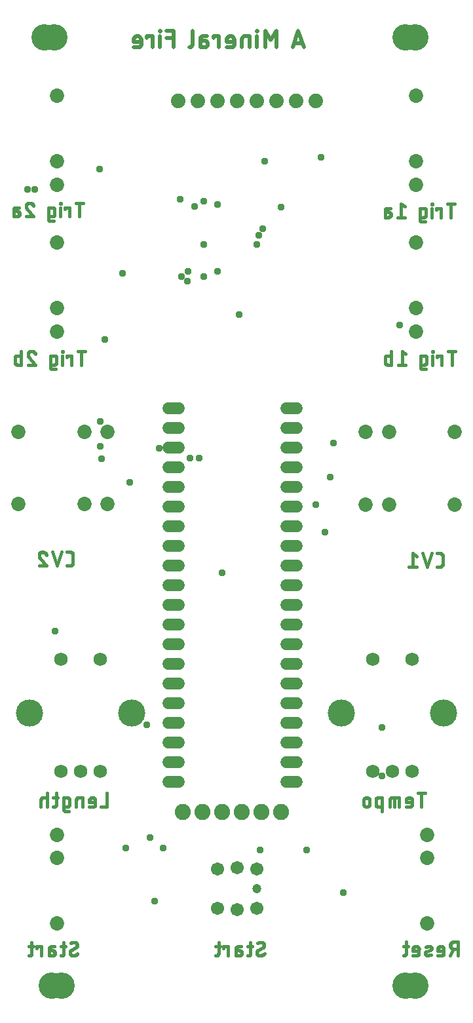
<source format=gbs>
G04 EAGLE Gerber RS-274X export*
G75*
%MOMM*%
%FSLAX34Y34*%
%LPD*%
%INBottom Soldermask*%
%IPPOS*%
%AMOC8*
5,1,8,0,0,1.08239X$1,22.5*%
G01*
%ADD10C,0.431800*%
%ADD11C,0.533400*%
%ADD12C,1.511200*%
%ADD13C,1.879600*%
%ADD14C,1.853200*%
%ADD15C,2.082800*%
%ADD16C,1.711200*%
%ADD17C,1.203200*%
%ADD18C,1.727200*%
%ADD19C,3.505200*%
%ADD20C,3.403200*%
%ADD21C,0.959600*%


D10*
X912341Y-31315D02*
X912341Y-48841D01*
X904552Y-48841D01*
X894296Y-48841D02*
X889428Y-48841D01*
X894296Y-48841D02*
X894403Y-48839D01*
X894509Y-48833D01*
X894615Y-48823D01*
X894721Y-48810D01*
X894827Y-48792D01*
X894931Y-48771D01*
X895035Y-48746D01*
X895138Y-48717D01*
X895239Y-48685D01*
X895339Y-48648D01*
X895438Y-48608D01*
X895536Y-48565D01*
X895632Y-48518D01*
X895726Y-48467D01*
X895818Y-48413D01*
X895908Y-48356D01*
X895996Y-48296D01*
X896081Y-48232D01*
X896164Y-48165D01*
X896245Y-48095D01*
X896323Y-48023D01*
X896399Y-47947D01*
X896471Y-47869D01*
X896541Y-47788D01*
X896608Y-47705D01*
X896672Y-47620D01*
X896732Y-47532D01*
X896789Y-47442D01*
X896843Y-47350D01*
X896894Y-47256D01*
X896941Y-47160D01*
X896984Y-47062D01*
X897024Y-46963D01*
X897061Y-46863D01*
X897093Y-46762D01*
X897122Y-46659D01*
X897147Y-46555D01*
X897168Y-46451D01*
X897186Y-46345D01*
X897199Y-46239D01*
X897209Y-46133D01*
X897215Y-46027D01*
X897217Y-45920D01*
X897217Y-41052D01*
X897215Y-40928D01*
X897209Y-40805D01*
X897199Y-40682D01*
X897186Y-40559D01*
X897168Y-40437D01*
X897147Y-40315D01*
X897121Y-40194D01*
X897092Y-40074D01*
X897059Y-39955D01*
X897023Y-39837D01*
X896982Y-39720D01*
X896938Y-39604D01*
X896890Y-39490D01*
X896839Y-39378D01*
X896784Y-39267D01*
X896726Y-39158D01*
X896664Y-39051D01*
X896599Y-38946D01*
X896530Y-38843D01*
X896459Y-38743D01*
X896384Y-38644D01*
X896306Y-38548D01*
X896225Y-38455D01*
X896141Y-38364D01*
X896054Y-38276D01*
X895965Y-38191D01*
X895873Y-38108D01*
X895778Y-38029D01*
X895681Y-37953D01*
X895581Y-37879D01*
X895480Y-37809D01*
X895376Y-37742D01*
X895270Y-37679D01*
X895161Y-37619D01*
X895052Y-37562D01*
X894940Y-37509D01*
X894827Y-37459D01*
X894712Y-37413D01*
X894596Y-37371D01*
X894479Y-37333D01*
X894360Y-37298D01*
X894240Y-37267D01*
X894120Y-37240D01*
X893998Y-37216D01*
X893876Y-37197D01*
X893754Y-37181D01*
X893631Y-37169D01*
X893507Y-37161D01*
X893384Y-37157D01*
X893260Y-37157D01*
X893137Y-37161D01*
X893013Y-37169D01*
X892890Y-37181D01*
X892768Y-37197D01*
X892646Y-37216D01*
X892524Y-37240D01*
X892404Y-37267D01*
X892284Y-37298D01*
X892165Y-37333D01*
X892048Y-37371D01*
X891932Y-37413D01*
X891817Y-37459D01*
X891704Y-37509D01*
X891592Y-37562D01*
X891483Y-37619D01*
X891375Y-37679D01*
X891268Y-37742D01*
X891164Y-37809D01*
X891063Y-37879D01*
X890963Y-37953D01*
X890866Y-38029D01*
X890771Y-38108D01*
X890679Y-38191D01*
X890590Y-38276D01*
X890503Y-38364D01*
X890419Y-38455D01*
X890338Y-38548D01*
X890260Y-38644D01*
X890185Y-38743D01*
X890114Y-38843D01*
X890045Y-38946D01*
X889980Y-39051D01*
X889918Y-39158D01*
X889860Y-39267D01*
X889805Y-39378D01*
X889754Y-39490D01*
X889706Y-39604D01*
X889662Y-39720D01*
X889621Y-39837D01*
X889585Y-39955D01*
X889552Y-40074D01*
X889523Y-40194D01*
X889497Y-40315D01*
X889476Y-40437D01*
X889458Y-40559D01*
X889445Y-40682D01*
X889435Y-40805D01*
X889429Y-40928D01*
X889427Y-41052D01*
X889428Y-41052D02*
X889428Y-42999D01*
X897217Y-42999D01*
X880532Y-48841D02*
X880532Y-37157D01*
X875664Y-37157D01*
X875557Y-37159D01*
X875451Y-37165D01*
X875345Y-37175D01*
X875239Y-37188D01*
X875133Y-37206D01*
X875029Y-37227D01*
X874925Y-37252D01*
X874822Y-37281D01*
X874721Y-37313D01*
X874621Y-37350D01*
X874522Y-37390D01*
X874424Y-37433D01*
X874328Y-37480D01*
X874234Y-37531D01*
X874142Y-37585D01*
X874052Y-37642D01*
X873964Y-37702D01*
X873879Y-37766D01*
X873796Y-37833D01*
X873715Y-37903D01*
X873637Y-37975D01*
X873561Y-38051D01*
X873489Y-38129D01*
X873419Y-38210D01*
X873352Y-38293D01*
X873288Y-38378D01*
X873228Y-38466D01*
X873171Y-38556D01*
X873117Y-38648D01*
X873066Y-38742D01*
X873019Y-38838D01*
X872976Y-38936D01*
X872936Y-39035D01*
X872899Y-39135D01*
X872867Y-39236D01*
X872838Y-39339D01*
X872813Y-39443D01*
X872792Y-39547D01*
X872774Y-39653D01*
X872761Y-39759D01*
X872751Y-39865D01*
X872745Y-39971D01*
X872743Y-40078D01*
X872743Y-48841D01*
X861067Y-48841D02*
X856199Y-48841D01*
X861067Y-48841D02*
X861174Y-48839D01*
X861280Y-48833D01*
X861386Y-48823D01*
X861492Y-48810D01*
X861598Y-48792D01*
X861702Y-48771D01*
X861806Y-48746D01*
X861909Y-48717D01*
X862010Y-48685D01*
X862110Y-48648D01*
X862209Y-48608D01*
X862307Y-48565D01*
X862403Y-48518D01*
X862497Y-48467D01*
X862589Y-48413D01*
X862679Y-48356D01*
X862767Y-48296D01*
X862852Y-48232D01*
X862935Y-48165D01*
X863016Y-48095D01*
X863094Y-48023D01*
X863170Y-47947D01*
X863242Y-47869D01*
X863312Y-47788D01*
X863379Y-47705D01*
X863443Y-47620D01*
X863503Y-47532D01*
X863560Y-47442D01*
X863614Y-47350D01*
X863665Y-47256D01*
X863712Y-47160D01*
X863755Y-47062D01*
X863795Y-46963D01*
X863832Y-46863D01*
X863864Y-46762D01*
X863893Y-46659D01*
X863918Y-46555D01*
X863939Y-46451D01*
X863957Y-46345D01*
X863970Y-46239D01*
X863980Y-46133D01*
X863986Y-46027D01*
X863988Y-45920D01*
X863988Y-40078D01*
X863986Y-39971D01*
X863980Y-39865D01*
X863970Y-39759D01*
X863957Y-39653D01*
X863939Y-39547D01*
X863918Y-39443D01*
X863893Y-39339D01*
X863864Y-39236D01*
X863832Y-39135D01*
X863795Y-39035D01*
X863755Y-38936D01*
X863712Y-38838D01*
X863665Y-38742D01*
X863614Y-38648D01*
X863560Y-38556D01*
X863503Y-38466D01*
X863443Y-38378D01*
X863379Y-38293D01*
X863312Y-38210D01*
X863242Y-38129D01*
X863170Y-38051D01*
X863094Y-37975D01*
X863016Y-37903D01*
X862935Y-37833D01*
X862852Y-37766D01*
X862767Y-37702D01*
X862679Y-37642D01*
X862589Y-37585D01*
X862497Y-37531D01*
X862403Y-37480D01*
X862307Y-37433D01*
X862209Y-37390D01*
X862110Y-37350D01*
X862010Y-37313D01*
X861909Y-37281D01*
X861806Y-37252D01*
X861702Y-37227D01*
X861598Y-37206D01*
X861492Y-37188D01*
X861386Y-37175D01*
X861280Y-37165D01*
X861174Y-37159D01*
X861067Y-37157D01*
X856199Y-37157D01*
X856199Y-51762D01*
X856201Y-51869D01*
X856207Y-51975D01*
X856217Y-52081D01*
X856230Y-52187D01*
X856248Y-52293D01*
X856269Y-52397D01*
X856294Y-52501D01*
X856323Y-52604D01*
X856355Y-52705D01*
X856392Y-52805D01*
X856432Y-52904D01*
X856475Y-53002D01*
X856522Y-53098D01*
X856573Y-53192D01*
X856627Y-53284D01*
X856684Y-53374D01*
X856744Y-53462D01*
X856808Y-53547D01*
X856875Y-53630D01*
X856945Y-53711D01*
X857017Y-53789D01*
X857093Y-53865D01*
X857171Y-53937D01*
X857252Y-54007D01*
X857335Y-54074D01*
X857420Y-54138D01*
X857508Y-54198D01*
X857598Y-54255D01*
X857690Y-54309D01*
X857784Y-54360D01*
X857880Y-54407D01*
X857978Y-54450D01*
X858077Y-54490D01*
X858177Y-54527D01*
X858278Y-54559D01*
X858381Y-54588D01*
X858485Y-54613D01*
X858589Y-54634D01*
X858695Y-54652D01*
X858801Y-54665D01*
X858907Y-54675D01*
X859013Y-54681D01*
X859120Y-54683D01*
X863015Y-54683D01*
X848889Y-37157D02*
X843047Y-37157D01*
X846941Y-31315D02*
X846941Y-45920D01*
X846939Y-46027D01*
X846933Y-46133D01*
X846923Y-46239D01*
X846910Y-46345D01*
X846892Y-46451D01*
X846871Y-46555D01*
X846846Y-46659D01*
X846817Y-46762D01*
X846785Y-46863D01*
X846748Y-46963D01*
X846708Y-47062D01*
X846665Y-47160D01*
X846618Y-47256D01*
X846567Y-47350D01*
X846513Y-47442D01*
X846456Y-47532D01*
X846396Y-47620D01*
X846332Y-47705D01*
X846265Y-47788D01*
X846195Y-47869D01*
X846123Y-47947D01*
X846047Y-48023D01*
X845969Y-48095D01*
X845888Y-48165D01*
X845805Y-48232D01*
X845720Y-48296D01*
X845632Y-48356D01*
X845542Y-48413D01*
X845450Y-48467D01*
X845356Y-48518D01*
X845260Y-48565D01*
X845162Y-48608D01*
X845063Y-48648D01*
X844963Y-48685D01*
X844862Y-48717D01*
X844759Y-48746D01*
X844655Y-48771D01*
X844551Y-48792D01*
X844445Y-48810D01*
X844339Y-48823D01*
X844233Y-48833D01*
X844127Y-48839D01*
X844020Y-48841D01*
X843047Y-48841D01*
X834805Y-48841D02*
X834805Y-31315D01*
X834805Y-37157D02*
X829936Y-37157D01*
X829829Y-37159D01*
X829723Y-37165D01*
X829617Y-37175D01*
X829511Y-37188D01*
X829405Y-37206D01*
X829301Y-37227D01*
X829197Y-37252D01*
X829094Y-37281D01*
X828993Y-37313D01*
X828893Y-37350D01*
X828794Y-37390D01*
X828696Y-37433D01*
X828600Y-37480D01*
X828506Y-37531D01*
X828414Y-37585D01*
X828324Y-37642D01*
X828236Y-37702D01*
X828151Y-37766D01*
X828068Y-37833D01*
X827987Y-37903D01*
X827909Y-37975D01*
X827833Y-38051D01*
X827761Y-38129D01*
X827691Y-38210D01*
X827624Y-38293D01*
X827560Y-38378D01*
X827500Y-38466D01*
X827443Y-38556D01*
X827389Y-38648D01*
X827338Y-38742D01*
X827291Y-38838D01*
X827248Y-38936D01*
X827208Y-39035D01*
X827171Y-39135D01*
X827139Y-39236D01*
X827110Y-39339D01*
X827085Y-39443D01*
X827064Y-39547D01*
X827046Y-39653D01*
X827033Y-39759D01*
X827023Y-39865D01*
X827017Y-39971D01*
X827015Y-40078D01*
X827015Y-48841D01*
X1318973Y-48841D02*
X1318973Y-31315D01*
X1323841Y-31315D02*
X1314104Y-31315D01*
X1303880Y-48841D02*
X1299011Y-48841D01*
X1303880Y-48841D02*
X1303987Y-48839D01*
X1304093Y-48833D01*
X1304199Y-48823D01*
X1304305Y-48810D01*
X1304411Y-48792D01*
X1304515Y-48771D01*
X1304619Y-48746D01*
X1304722Y-48717D01*
X1304823Y-48685D01*
X1304923Y-48648D01*
X1305022Y-48608D01*
X1305120Y-48565D01*
X1305216Y-48518D01*
X1305310Y-48467D01*
X1305402Y-48413D01*
X1305492Y-48356D01*
X1305580Y-48296D01*
X1305665Y-48232D01*
X1305748Y-48165D01*
X1305829Y-48095D01*
X1305907Y-48023D01*
X1305983Y-47947D01*
X1306055Y-47869D01*
X1306125Y-47788D01*
X1306192Y-47705D01*
X1306256Y-47620D01*
X1306316Y-47532D01*
X1306373Y-47442D01*
X1306427Y-47350D01*
X1306478Y-47256D01*
X1306525Y-47160D01*
X1306568Y-47062D01*
X1306608Y-46963D01*
X1306645Y-46863D01*
X1306677Y-46762D01*
X1306706Y-46659D01*
X1306731Y-46555D01*
X1306752Y-46451D01*
X1306770Y-46345D01*
X1306783Y-46239D01*
X1306793Y-46133D01*
X1306799Y-46027D01*
X1306801Y-45920D01*
X1306801Y-41052D01*
X1306799Y-40928D01*
X1306793Y-40805D01*
X1306783Y-40682D01*
X1306770Y-40559D01*
X1306752Y-40437D01*
X1306731Y-40315D01*
X1306705Y-40194D01*
X1306676Y-40074D01*
X1306643Y-39955D01*
X1306607Y-39837D01*
X1306566Y-39720D01*
X1306522Y-39604D01*
X1306474Y-39490D01*
X1306423Y-39378D01*
X1306368Y-39267D01*
X1306310Y-39158D01*
X1306248Y-39051D01*
X1306183Y-38946D01*
X1306114Y-38843D01*
X1306043Y-38743D01*
X1305968Y-38644D01*
X1305890Y-38548D01*
X1305809Y-38455D01*
X1305725Y-38364D01*
X1305638Y-38276D01*
X1305549Y-38191D01*
X1305457Y-38108D01*
X1305362Y-38029D01*
X1305265Y-37953D01*
X1305165Y-37879D01*
X1305064Y-37809D01*
X1304960Y-37742D01*
X1304854Y-37679D01*
X1304745Y-37619D01*
X1304636Y-37562D01*
X1304524Y-37509D01*
X1304411Y-37459D01*
X1304296Y-37413D01*
X1304180Y-37371D01*
X1304063Y-37333D01*
X1303944Y-37298D01*
X1303824Y-37267D01*
X1303704Y-37240D01*
X1303582Y-37216D01*
X1303460Y-37197D01*
X1303338Y-37181D01*
X1303215Y-37169D01*
X1303091Y-37161D01*
X1302968Y-37157D01*
X1302844Y-37157D01*
X1302721Y-37161D01*
X1302597Y-37169D01*
X1302474Y-37181D01*
X1302352Y-37197D01*
X1302230Y-37216D01*
X1302108Y-37240D01*
X1301988Y-37267D01*
X1301868Y-37298D01*
X1301749Y-37333D01*
X1301632Y-37371D01*
X1301516Y-37413D01*
X1301401Y-37459D01*
X1301288Y-37509D01*
X1301176Y-37562D01*
X1301067Y-37619D01*
X1300959Y-37679D01*
X1300852Y-37742D01*
X1300748Y-37809D01*
X1300647Y-37879D01*
X1300547Y-37953D01*
X1300450Y-38029D01*
X1300355Y-38108D01*
X1300263Y-38191D01*
X1300174Y-38276D01*
X1300087Y-38364D01*
X1300003Y-38455D01*
X1299922Y-38548D01*
X1299844Y-38644D01*
X1299769Y-38743D01*
X1299698Y-38843D01*
X1299629Y-38946D01*
X1299564Y-39051D01*
X1299502Y-39158D01*
X1299444Y-39267D01*
X1299389Y-39378D01*
X1299338Y-39490D01*
X1299290Y-39604D01*
X1299246Y-39720D01*
X1299205Y-39837D01*
X1299169Y-39955D01*
X1299136Y-40074D01*
X1299107Y-40194D01*
X1299081Y-40315D01*
X1299060Y-40437D01*
X1299042Y-40559D01*
X1299029Y-40682D01*
X1299019Y-40805D01*
X1299013Y-40928D01*
X1299011Y-41052D01*
X1299011Y-42999D01*
X1306801Y-42999D01*
X1289592Y-48841D02*
X1289592Y-37157D01*
X1280829Y-37157D01*
X1280722Y-37159D01*
X1280616Y-37165D01*
X1280510Y-37175D01*
X1280404Y-37188D01*
X1280298Y-37206D01*
X1280194Y-37227D01*
X1280090Y-37252D01*
X1279987Y-37281D01*
X1279886Y-37313D01*
X1279786Y-37350D01*
X1279687Y-37390D01*
X1279589Y-37433D01*
X1279493Y-37480D01*
X1279399Y-37531D01*
X1279307Y-37585D01*
X1279217Y-37642D01*
X1279129Y-37702D01*
X1279044Y-37766D01*
X1278961Y-37833D01*
X1278880Y-37903D01*
X1278802Y-37975D01*
X1278726Y-38051D01*
X1278654Y-38129D01*
X1278584Y-38210D01*
X1278517Y-38293D01*
X1278453Y-38378D01*
X1278393Y-38466D01*
X1278336Y-38556D01*
X1278282Y-38648D01*
X1278231Y-38742D01*
X1278184Y-38838D01*
X1278141Y-38936D01*
X1278101Y-39035D01*
X1278064Y-39135D01*
X1278032Y-39236D01*
X1278003Y-39339D01*
X1277978Y-39443D01*
X1277957Y-39547D01*
X1277939Y-39653D01*
X1277926Y-39759D01*
X1277916Y-39865D01*
X1277910Y-39971D01*
X1277908Y-40078D01*
X1277908Y-48841D01*
X1283750Y-48841D02*
X1283750Y-37157D01*
X1267730Y-37157D02*
X1267730Y-54683D01*
X1267730Y-37157D02*
X1262861Y-37157D01*
X1262754Y-37159D01*
X1262648Y-37165D01*
X1262542Y-37175D01*
X1262436Y-37188D01*
X1262330Y-37206D01*
X1262226Y-37227D01*
X1262122Y-37252D01*
X1262019Y-37281D01*
X1261918Y-37313D01*
X1261818Y-37350D01*
X1261719Y-37390D01*
X1261621Y-37433D01*
X1261525Y-37480D01*
X1261431Y-37531D01*
X1261339Y-37585D01*
X1261249Y-37642D01*
X1261161Y-37702D01*
X1261076Y-37766D01*
X1260993Y-37833D01*
X1260912Y-37903D01*
X1260834Y-37975D01*
X1260758Y-38051D01*
X1260686Y-38129D01*
X1260616Y-38210D01*
X1260549Y-38293D01*
X1260485Y-38378D01*
X1260425Y-38466D01*
X1260368Y-38556D01*
X1260314Y-38648D01*
X1260263Y-38742D01*
X1260216Y-38838D01*
X1260173Y-38936D01*
X1260133Y-39035D01*
X1260096Y-39135D01*
X1260064Y-39236D01*
X1260035Y-39339D01*
X1260010Y-39443D01*
X1259989Y-39547D01*
X1259971Y-39653D01*
X1259958Y-39759D01*
X1259948Y-39865D01*
X1259942Y-39971D01*
X1259940Y-40078D01*
X1259940Y-45920D01*
X1259942Y-46027D01*
X1259948Y-46133D01*
X1259958Y-46239D01*
X1259971Y-46345D01*
X1259989Y-46451D01*
X1260010Y-46555D01*
X1260035Y-46659D01*
X1260064Y-46762D01*
X1260096Y-46863D01*
X1260133Y-46963D01*
X1260173Y-47062D01*
X1260216Y-47160D01*
X1260263Y-47256D01*
X1260314Y-47350D01*
X1260368Y-47442D01*
X1260425Y-47532D01*
X1260485Y-47620D01*
X1260549Y-47705D01*
X1260616Y-47788D01*
X1260686Y-47869D01*
X1260758Y-47947D01*
X1260834Y-48023D01*
X1260912Y-48095D01*
X1260993Y-48165D01*
X1261076Y-48232D01*
X1261161Y-48296D01*
X1261249Y-48356D01*
X1261339Y-48413D01*
X1261431Y-48467D01*
X1261525Y-48518D01*
X1261621Y-48565D01*
X1261719Y-48608D01*
X1261818Y-48648D01*
X1261918Y-48685D01*
X1262019Y-48717D01*
X1262122Y-48746D01*
X1262226Y-48771D01*
X1262330Y-48792D01*
X1262436Y-48810D01*
X1262542Y-48823D01*
X1262648Y-48833D01*
X1262754Y-48839D01*
X1262861Y-48841D01*
X1267730Y-48841D01*
X1251804Y-44946D02*
X1251804Y-41052D01*
X1251802Y-40928D01*
X1251796Y-40805D01*
X1251786Y-40682D01*
X1251773Y-40559D01*
X1251755Y-40437D01*
X1251734Y-40315D01*
X1251708Y-40194D01*
X1251679Y-40074D01*
X1251646Y-39955D01*
X1251610Y-39837D01*
X1251569Y-39720D01*
X1251525Y-39604D01*
X1251477Y-39490D01*
X1251426Y-39378D01*
X1251371Y-39267D01*
X1251313Y-39158D01*
X1251251Y-39051D01*
X1251186Y-38946D01*
X1251117Y-38843D01*
X1251046Y-38743D01*
X1250971Y-38644D01*
X1250893Y-38548D01*
X1250812Y-38455D01*
X1250728Y-38364D01*
X1250641Y-38276D01*
X1250552Y-38191D01*
X1250460Y-38108D01*
X1250365Y-38029D01*
X1250268Y-37953D01*
X1250168Y-37879D01*
X1250067Y-37809D01*
X1249963Y-37742D01*
X1249857Y-37679D01*
X1249748Y-37619D01*
X1249639Y-37562D01*
X1249527Y-37509D01*
X1249414Y-37459D01*
X1249299Y-37413D01*
X1249183Y-37371D01*
X1249066Y-37333D01*
X1248947Y-37298D01*
X1248827Y-37267D01*
X1248707Y-37240D01*
X1248585Y-37216D01*
X1248463Y-37197D01*
X1248341Y-37181D01*
X1248218Y-37169D01*
X1248094Y-37161D01*
X1247971Y-37157D01*
X1247847Y-37157D01*
X1247724Y-37161D01*
X1247600Y-37169D01*
X1247477Y-37181D01*
X1247355Y-37197D01*
X1247233Y-37216D01*
X1247111Y-37240D01*
X1246991Y-37267D01*
X1246871Y-37298D01*
X1246752Y-37333D01*
X1246635Y-37371D01*
X1246519Y-37413D01*
X1246404Y-37459D01*
X1246291Y-37509D01*
X1246179Y-37562D01*
X1246070Y-37619D01*
X1245962Y-37679D01*
X1245855Y-37742D01*
X1245751Y-37809D01*
X1245650Y-37879D01*
X1245550Y-37953D01*
X1245453Y-38029D01*
X1245358Y-38108D01*
X1245266Y-38191D01*
X1245177Y-38276D01*
X1245090Y-38364D01*
X1245006Y-38455D01*
X1244925Y-38548D01*
X1244847Y-38644D01*
X1244772Y-38743D01*
X1244701Y-38843D01*
X1244632Y-38946D01*
X1244567Y-39051D01*
X1244505Y-39158D01*
X1244447Y-39267D01*
X1244392Y-39378D01*
X1244341Y-39490D01*
X1244293Y-39604D01*
X1244249Y-39720D01*
X1244208Y-39837D01*
X1244172Y-39955D01*
X1244139Y-40074D01*
X1244110Y-40194D01*
X1244084Y-40315D01*
X1244063Y-40437D01*
X1244045Y-40559D01*
X1244032Y-40682D01*
X1244022Y-40805D01*
X1244016Y-40928D01*
X1244014Y-41052D01*
X1244014Y-44946D01*
X1244016Y-45070D01*
X1244022Y-45193D01*
X1244032Y-45316D01*
X1244045Y-45439D01*
X1244063Y-45561D01*
X1244084Y-45683D01*
X1244110Y-45804D01*
X1244139Y-45924D01*
X1244172Y-46043D01*
X1244208Y-46161D01*
X1244249Y-46278D01*
X1244293Y-46394D01*
X1244341Y-46508D01*
X1244392Y-46620D01*
X1244447Y-46731D01*
X1244505Y-46840D01*
X1244567Y-46947D01*
X1244632Y-47052D01*
X1244701Y-47155D01*
X1244772Y-47255D01*
X1244847Y-47354D01*
X1244925Y-47450D01*
X1245006Y-47543D01*
X1245090Y-47634D01*
X1245177Y-47722D01*
X1245266Y-47807D01*
X1245358Y-47890D01*
X1245453Y-47969D01*
X1245550Y-48045D01*
X1245650Y-48119D01*
X1245751Y-48189D01*
X1245855Y-48256D01*
X1245962Y-48319D01*
X1246070Y-48379D01*
X1246179Y-48436D01*
X1246291Y-48489D01*
X1246404Y-48539D01*
X1246519Y-48585D01*
X1246635Y-48627D01*
X1246752Y-48665D01*
X1246871Y-48700D01*
X1246991Y-48731D01*
X1247111Y-48758D01*
X1247233Y-48782D01*
X1247355Y-48801D01*
X1247477Y-48817D01*
X1247600Y-48829D01*
X1247724Y-48837D01*
X1247847Y-48841D01*
X1247971Y-48841D01*
X1248094Y-48837D01*
X1248218Y-48829D01*
X1248341Y-48817D01*
X1248463Y-48801D01*
X1248585Y-48782D01*
X1248707Y-48758D01*
X1248827Y-48731D01*
X1248947Y-48700D01*
X1249066Y-48665D01*
X1249183Y-48627D01*
X1249299Y-48585D01*
X1249414Y-48539D01*
X1249527Y-48489D01*
X1249639Y-48436D01*
X1249748Y-48379D01*
X1249857Y-48319D01*
X1249963Y-48256D01*
X1250067Y-48189D01*
X1250168Y-48119D01*
X1250268Y-48045D01*
X1250365Y-47969D01*
X1250460Y-47890D01*
X1250552Y-47807D01*
X1250641Y-47722D01*
X1250728Y-47634D01*
X1250812Y-47543D01*
X1250893Y-47450D01*
X1250971Y-47354D01*
X1251046Y-47255D01*
X1251117Y-47155D01*
X1251186Y-47052D01*
X1251251Y-46947D01*
X1251313Y-46840D01*
X1251371Y-46731D01*
X1251426Y-46620D01*
X1251477Y-46508D01*
X1251525Y-46394D01*
X1251569Y-46278D01*
X1251610Y-46161D01*
X1251646Y-46043D01*
X1251679Y-45924D01*
X1251708Y-45804D01*
X1251734Y-45683D01*
X1251755Y-45561D01*
X1251773Y-45439D01*
X1251786Y-45316D01*
X1251796Y-45193D01*
X1251802Y-45070D01*
X1251804Y-44946D01*
X1365841Y-223315D02*
X1365841Y-240841D01*
X1365841Y-223315D02*
X1360973Y-223315D01*
X1360835Y-223317D01*
X1360698Y-223323D01*
X1360560Y-223333D01*
X1360423Y-223346D01*
X1360286Y-223364D01*
X1360150Y-223385D01*
X1360015Y-223410D01*
X1359880Y-223439D01*
X1359746Y-223472D01*
X1359614Y-223509D01*
X1359482Y-223549D01*
X1359351Y-223593D01*
X1359222Y-223641D01*
X1359094Y-223692D01*
X1358968Y-223747D01*
X1358843Y-223806D01*
X1358720Y-223868D01*
X1358599Y-223933D01*
X1358480Y-224002D01*
X1358362Y-224074D01*
X1358247Y-224150D01*
X1358134Y-224229D01*
X1358023Y-224310D01*
X1357915Y-224396D01*
X1357809Y-224484D01*
X1357705Y-224575D01*
X1357605Y-224669D01*
X1357507Y-224765D01*
X1357411Y-224865D01*
X1357319Y-224967D01*
X1357229Y-225072D01*
X1357143Y-225179D01*
X1357059Y-225288D01*
X1356979Y-225400D01*
X1356902Y-225514D01*
X1356828Y-225631D01*
X1356757Y-225749D01*
X1356690Y-225869D01*
X1356626Y-225991D01*
X1356566Y-226115D01*
X1356509Y-226241D01*
X1356456Y-226368D01*
X1356406Y-226496D01*
X1356361Y-226626D01*
X1356318Y-226758D01*
X1356280Y-226890D01*
X1356245Y-227023D01*
X1356214Y-227157D01*
X1356187Y-227292D01*
X1356164Y-227428D01*
X1356144Y-227565D01*
X1356129Y-227702D01*
X1356117Y-227839D01*
X1356109Y-227976D01*
X1356105Y-228114D01*
X1356105Y-228252D01*
X1356109Y-228390D01*
X1356117Y-228527D01*
X1356129Y-228664D01*
X1356144Y-228801D01*
X1356164Y-228938D01*
X1356187Y-229074D01*
X1356214Y-229209D01*
X1356245Y-229343D01*
X1356280Y-229476D01*
X1356318Y-229608D01*
X1356361Y-229740D01*
X1356406Y-229870D01*
X1356456Y-229998D01*
X1356509Y-230125D01*
X1356566Y-230251D01*
X1356626Y-230375D01*
X1356690Y-230497D01*
X1356757Y-230617D01*
X1356828Y-230735D01*
X1356902Y-230852D01*
X1356979Y-230966D01*
X1357059Y-231078D01*
X1357143Y-231187D01*
X1357229Y-231294D01*
X1357319Y-231399D01*
X1357411Y-231501D01*
X1357507Y-231601D01*
X1357605Y-231697D01*
X1357705Y-231791D01*
X1357809Y-231882D01*
X1357915Y-231970D01*
X1358023Y-232056D01*
X1358134Y-232137D01*
X1358247Y-232216D01*
X1358362Y-232292D01*
X1358480Y-232364D01*
X1358599Y-232433D01*
X1358720Y-232498D01*
X1358843Y-232560D01*
X1358968Y-232619D01*
X1359094Y-232674D01*
X1359222Y-232725D01*
X1359351Y-232773D01*
X1359482Y-232817D01*
X1359614Y-232857D01*
X1359746Y-232894D01*
X1359880Y-232927D01*
X1360015Y-232956D01*
X1360150Y-232981D01*
X1360286Y-233002D01*
X1360423Y-233020D01*
X1360560Y-233033D01*
X1360698Y-233043D01*
X1360835Y-233049D01*
X1360973Y-233051D01*
X1360973Y-233052D02*
X1365841Y-233052D01*
X1359999Y-233052D02*
X1356104Y-240841D01*
X1344820Y-240841D02*
X1339951Y-240841D01*
X1344820Y-240841D02*
X1344927Y-240839D01*
X1345033Y-240833D01*
X1345139Y-240823D01*
X1345245Y-240810D01*
X1345351Y-240792D01*
X1345455Y-240771D01*
X1345559Y-240746D01*
X1345662Y-240717D01*
X1345763Y-240685D01*
X1345863Y-240648D01*
X1345962Y-240608D01*
X1346060Y-240565D01*
X1346156Y-240518D01*
X1346250Y-240467D01*
X1346342Y-240413D01*
X1346432Y-240356D01*
X1346520Y-240296D01*
X1346605Y-240232D01*
X1346688Y-240165D01*
X1346769Y-240095D01*
X1346847Y-240023D01*
X1346923Y-239947D01*
X1346995Y-239869D01*
X1347065Y-239788D01*
X1347132Y-239705D01*
X1347196Y-239620D01*
X1347256Y-239532D01*
X1347313Y-239442D01*
X1347367Y-239350D01*
X1347418Y-239256D01*
X1347465Y-239160D01*
X1347508Y-239062D01*
X1347548Y-238963D01*
X1347585Y-238863D01*
X1347617Y-238762D01*
X1347646Y-238659D01*
X1347671Y-238555D01*
X1347692Y-238451D01*
X1347710Y-238345D01*
X1347723Y-238239D01*
X1347733Y-238133D01*
X1347739Y-238027D01*
X1347741Y-237920D01*
X1347741Y-233052D01*
X1347739Y-232928D01*
X1347733Y-232805D01*
X1347723Y-232682D01*
X1347710Y-232559D01*
X1347692Y-232437D01*
X1347671Y-232315D01*
X1347645Y-232194D01*
X1347616Y-232074D01*
X1347583Y-231955D01*
X1347547Y-231837D01*
X1347506Y-231720D01*
X1347462Y-231604D01*
X1347414Y-231490D01*
X1347363Y-231378D01*
X1347308Y-231267D01*
X1347250Y-231158D01*
X1347188Y-231051D01*
X1347123Y-230946D01*
X1347054Y-230843D01*
X1346983Y-230743D01*
X1346908Y-230644D01*
X1346830Y-230548D01*
X1346749Y-230455D01*
X1346665Y-230364D01*
X1346578Y-230276D01*
X1346489Y-230191D01*
X1346397Y-230108D01*
X1346302Y-230029D01*
X1346205Y-229953D01*
X1346105Y-229879D01*
X1346004Y-229809D01*
X1345900Y-229742D01*
X1345794Y-229679D01*
X1345685Y-229619D01*
X1345576Y-229562D01*
X1345464Y-229509D01*
X1345351Y-229459D01*
X1345236Y-229413D01*
X1345120Y-229371D01*
X1345003Y-229333D01*
X1344884Y-229298D01*
X1344764Y-229267D01*
X1344644Y-229240D01*
X1344522Y-229216D01*
X1344400Y-229197D01*
X1344278Y-229181D01*
X1344155Y-229169D01*
X1344031Y-229161D01*
X1343908Y-229157D01*
X1343784Y-229157D01*
X1343661Y-229161D01*
X1343537Y-229169D01*
X1343414Y-229181D01*
X1343292Y-229197D01*
X1343170Y-229216D01*
X1343048Y-229240D01*
X1342928Y-229267D01*
X1342808Y-229298D01*
X1342689Y-229333D01*
X1342572Y-229371D01*
X1342456Y-229413D01*
X1342341Y-229459D01*
X1342228Y-229509D01*
X1342116Y-229562D01*
X1342007Y-229619D01*
X1341899Y-229679D01*
X1341792Y-229742D01*
X1341688Y-229809D01*
X1341587Y-229879D01*
X1341487Y-229953D01*
X1341390Y-230029D01*
X1341295Y-230108D01*
X1341203Y-230191D01*
X1341114Y-230276D01*
X1341027Y-230364D01*
X1340943Y-230455D01*
X1340862Y-230548D01*
X1340784Y-230644D01*
X1340709Y-230743D01*
X1340638Y-230843D01*
X1340569Y-230946D01*
X1340504Y-231051D01*
X1340442Y-231158D01*
X1340384Y-231267D01*
X1340329Y-231378D01*
X1340278Y-231490D01*
X1340230Y-231604D01*
X1340186Y-231720D01*
X1340145Y-231837D01*
X1340109Y-231955D01*
X1340076Y-232074D01*
X1340047Y-232194D01*
X1340021Y-232315D01*
X1340000Y-232437D01*
X1339982Y-232559D01*
X1339969Y-232682D01*
X1339959Y-232805D01*
X1339953Y-232928D01*
X1339951Y-233052D01*
X1339951Y-234999D01*
X1347741Y-234999D01*
X1330213Y-234025D02*
X1325345Y-235973D01*
X1330214Y-234025D02*
X1330306Y-233986D01*
X1330397Y-233944D01*
X1330485Y-233898D01*
X1330572Y-233848D01*
X1330657Y-233795D01*
X1330740Y-233738D01*
X1330820Y-233679D01*
X1330898Y-233616D01*
X1330974Y-233550D01*
X1331046Y-233481D01*
X1331116Y-233410D01*
X1331183Y-233335D01*
X1331248Y-233259D01*
X1331308Y-233179D01*
X1331366Y-233097D01*
X1331421Y-233013D01*
X1331472Y-232927D01*
X1331520Y-232839D01*
X1331564Y-232750D01*
X1331604Y-232658D01*
X1331641Y-232565D01*
X1331674Y-232471D01*
X1331704Y-232375D01*
X1331729Y-232278D01*
X1331751Y-232180D01*
X1331769Y-232082D01*
X1331783Y-231983D01*
X1331793Y-231883D01*
X1331799Y-231783D01*
X1331801Y-231683D01*
X1331799Y-231583D01*
X1331793Y-231483D01*
X1331783Y-231383D01*
X1331770Y-231284D01*
X1331752Y-231186D01*
X1331730Y-231088D01*
X1331705Y-230991D01*
X1331676Y-230895D01*
X1331643Y-230801D01*
X1331606Y-230708D01*
X1331566Y-230616D01*
X1331522Y-230526D01*
X1331474Y-230438D01*
X1331423Y-230352D01*
X1331369Y-230268D01*
X1331311Y-230186D01*
X1331250Y-230107D01*
X1331186Y-230030D01*
X1331119Y-229955D01*
X1331049Y-229884D01*
X1330977Y-229815D01*
X1330901Y-229749D01*
X1330824Y-229686D01*
X1330743Y-229626D01*
X1330661Y-229570D01*
X1330576Y-229516D01*
X1330489Y-229466D01*
X1330400Y-229420D01*
X1330310Y-229377D01*
X1330218Y-229338D01*
X1330124Y-229303D01*
X1330029Y-229271D01*
X1329933Y-229243D01*
X1329836Y-229219D01*
X1329738Y-229199D01*
X1329639Y-229182D01*
X1329540Y-229170D01*
X1329440Y-229161D01*
X1329340Y-229157D01*
X1329240Y-229156D01*
X1329240Y-229157D02*
X1328974Y-229164D01*
X1328709Y-229178D01*
X1328444Y-229197D01*
X1328179Y-229223D01*
X1327915Y-229256D01*
X1327652Y-229295D01*
X1327390Y-229340D01*
X1327129Y-229391D01*
X1326870Y-229449D01*
X1326612Y-229513D01*
X1326355Y-229583D01*
X1326101Y-229659D01*
X1325848Y-229741D01*
X1325597Y-229830D01*
X1325348Y-229924D01*
X1325102Y-230025D01*
X1324859Y-230131D01*
X1325345Y-235973D02*
X1325253Y-236012D01*
X1325162Y-236054D01*
X1325074Y-236100D01*
X1324987Y-236150D01*
X1324902Y-236203D01*
X1324819Y-236260D01*
X1324739Y-236319D01*
X1324661Y-236382D01*
X1324585Y-236448D01*
X1324513Y-236517D01*
X1324443Y-236588D01*
X1324376Y-236662D01*
X1324312Y-236739D01*
X1324251Y-236819D01*
X1324193Y-236901D01*
X1324138Y-236984D01*
X1324087Y-237071D01*
X1324039Y-237159D01*
X1323995Y-237248D01*
X1323955Y-237340D01*
X1323918Y-237433D01*
X1323885Y-237527D01*
X1323855Y-237623D01*
X1323830Y-237720D01*
X1323808Y-237818D01*
X1323790Y-237916D01*
X1323776Y-238015D01*
X1323766Y-238115D01*
X1323760Y-238215D01*
X1323758Y-238315D01*
X1323760Y-238415D01*
X1323766Y-238515D01*
X1323776Y-238615D01*
X1323789Y-238714D01*
X1323807Y-238812D01*
X1323829Y-238910D01*
X1323854Y-239007D01*
X1323883Y-239103D01*
X1323916Y-239197D01*
X1323953Y-239290D01*
X1323993Y-239382D01*
X1324037Y-239472D01*
X1324085Y-239560D01*
X1324136Y-239646D01*
X1324190Y-239730D01*
X1324248Y-239812D01*
X1324309Y-239891D01*
X1324373Y-239968D01*
X1324440Y-240043D01*
X1324510Y-240114D01*
X1324582Y-240183D01*
X1324658Y-240249D01*
X1324735Y-240312D01*
X1324816Y-240372D01*
X1324898Y-240428D01*
X1324983Y-240482D01*
X1325070Y-240532D01*
X1325159Y-240578D01*
X1325249Y-240621D01*
X1325341Y-240660D01*
X1325435Y-240695D01*
X1325530Y-240727D01*
X1325626Y-240755D01*
X1325723Y-240779D01*
X1325821Y-240799D01*
X1325920Y-240816D01*
X1326019Y-240828D01*
X1326119Y-240837D01*
X1326219Y-240841D01*
X1326319Y-240842D01*
X1326319Y-240841D02*
X1326709Y-240831D01*
X1327099Y-240812D01*
X1327489Y-240783D01*
X1327878Y-240745D01*
X1328265Y-240698D01*
X1328652Y-240642D01*
X1329037Y-240577D01*
X1329420Y-240502D01*
X1329802Y-240419D01*
X1330181Y-240326D01*
X1330558Y-240225D01*
X1330933Y-240115D01*
X1331305Y-239996D01*
X1331674Y-239868D01*
X1312686Y-240841D02*
X1307818Y-240841D01*
X1312686Y-240841D02*
X1312793Y-240839D01*
X1312899Y-240833D01*
X1313005Y-240823D01*
X1313111Y-240810D01*
X1313217Y-240792D01*
X1313321Y-240771D01*
X1313425Y-240746D01*
X1313528Y-240717D01*
X1313629Y-240685D01*
X1313729Y-240648D01*
X1313828Y-240608D01*
X1313926Y-240565D01*
X1314022Y-240518D01*
X1314116Y-240467D01*
X1314208Y-240413D01*
X1314298Y-240356D01*
X1314386Y-240296D01*
X1314471Y-240232D01*
X1314554Y-240165D01*
X1314635Y-240095D01*
X1314713Y-240023D01*
X1314789Y-239947D01*
X1314861Y-239869D01*
X1314931Y-239788D01*
X1314998Y-239705D01*
X1315062Y-239620D01*
X1315122Y-239532D01*
X1315179Y-239442D01*
X1315233Y-239350D01*
X1315284Y-239256D01*
X1315331Y-239160D01*
X1315374Y-239062D01*
X1315414Y-238963D01*
X1315451Y-238863D01*
X1315483Y-238762D01*
X1315512Y-238659D01*
X1315537Y-238555D01*
X1315558Y-238451D01*
X1315576Y-238345D01*
X1315589Y-238239D01*
X1315599Y-238133D01*
X1315605Y-238027D01*
X1315607Y-237920D01*
X1315607Y-233052D01*
X1315608Y-233052D02*
X1315606Y-232928D01*
X1315600Y-232805D01*
X1315590Y-232682D01*
X1315577Y-232559D01*
X1315559Y-232437D01*
X1315538Y-232315D01*
X1315512Y-232194D01*
X1315483Y-232074D01*
X1315450Y-231955D01*
X1315414Y-231837D01*
X1315373Y-231720D01*
X1315329Y-231604D01*
X1315281Y-231490D01*
X1315230Y-231378D01*
X1315175Y-231267D01*
X1315117Y-231158D01*
X1315055Y-231051D01*
X1314990Y-230946D01*
X1314921Y-230843D01*
X1314850Y-230743D01*
X1314775Y-230644D01*
X1314697Y-230548D01*
X1314616Y-230455D01*
X1314532Y-230364D01*
X1314445Y-230276D01*
X1314356Y-230191D01*
X1314264Y-230108D01*
X1314169Y-230029D01*
X1314072Y-229953D01*
X1313972Y-229879D01*
X1313871Y-229809D01*
X1313767Y-229742D01*
X1313661Y-229679D01*
X1313552Y-229619D01*
X1313443Y-229562D01*
X1313331Y-229509D01*
X1313218Y-229459D01*
X1313103Y-229413D01*
X1312987Y-229371D01*
X1312870Y-229333D01*
X1312751Y-229298D01*
X1312631Y-229267D01*
X1312511Y-229240D01*
X1312389Y-229216D01*
X1312267Y-229197D01*
X1312145Y-229181D01*
X1312022Y-229169D01*
X1311898Y-229161D01*
X1311775Y-229157D01*
X1311651Y-229157D01*
X1311528Y-229161D01*
X1311404Y-229169D01*
X1311281Y-229181D01*
X1311159Y-229197D01*
X1311037Y-229216D01*
X1310915Y-229240D01*
X1310795Y-229267D01*
X1310675Y-229298D01*
X1310556Y-229333D01*
X1310439Y-229371D01*
X1310323Y-229413D01*
X1310208Y-229459D01*
X1310095Y-229509D01*
X1309983Y-229562D01*
X1309874Y-229619D01*
X1309766Y-229679D01*
X1309659Y-229742D01*
X1309555Y-229809D01*
X1309454Y-229879D01*
X1309354Y-229953D01*
X1309257Y-230029D01*
X1309162Y-230108D01*
X1309070Y-230191D01*
X1308981Y-230276D01*
X1308894Y-230364D01*
X1308810Y-230455D01*
X1308729Y-230548D01*
X1308651Y-230644D01*
X1308576Y-230743D01*
X1308505Y-230843D01*
X1308436Y-230946D01*
X1308371Y-231051D01*
X1308309Y-231158D01*
X1308251Y-231267D01*
X1308196Y-231378D01*
X1308145Y-231490D01*
X1308097Y-231604D01*
X1308053Y-231720D01*
X1308012Y-231837D01*
X1307976Y-231955D01*
X1307943Y-232074D01*
X1307914Y-232194D01*
X1307888Y-232315D01*
X1307867Y-232437D01*
X1307849Y-232559D01*
X1307836Y-232682D01*
X1307826Y-232805D01*
X1307820Y-232928D01*
X1307818Y-233052D01*
X1307818Y-234999D01*
X1315607Y-234999D01*
X1301266Y-229157D02*
X1295424Y-229157D01*
X1299319Y-223315D02*
X1299319Y-237920D01*
X1299317Y-238027D01*
X1299311Y-238133D01*
X1299301Y-238239D01*
X1299288Y-238345D01*
X1299270Y-238451D01*
X1299249Y-238555D01*
X1299224Y-238659D01*
X1299195Y-238762D01*
X1299163Y-238863D01*
X1299126Y-238963D01*
X1299086Y-239062D01*
X1299043Y-239160D01*
X1298996Y-239256D01*
X1298945Y-239350D01*
X1298891Y-239442D01*
X1298834Y-239532D01*
X1298774Y-239620D01*
X1298710Y-239705D01*
X1298643Y-239788D01*
X1298573Y-239869D01*
X1298501Y-239947D01*
X1298425Y-240023D01*
X1298347Y-240095D01*
X1298266Y-240165D01*
X1298183Y-240232D01*
X1298098Y-240296D01*
X1298010Y-240356D01*
X1297920Y-240413D01*
X1297828Y-240467D01*
X1297734Y-240518D01*
X1297638Y-240565D01*
X1297540Y-240608D01*
X1297441Y-240648D01*
X1297341Y-240685D01*
X1297240Y-240717D01*
X1297137Y-240746D01*
X1297033Y-240771D01*
X1296929Y-240792D01*
X1296823Y-240810D01*
X1296717Y-240823D01*
X1296611Y-240833D01*
X1296505Y-240839D01*
X1296398Y-240841D01*
X1295424Y-240841D01*
X868499Y-241341D02*
X868377Y-241339D01*
X868254Y-241333D01*
X868132Y-241324D01*
X868011Y-241310D01*
X867890Y-241293D01*
X867769Y-241272D01*
X867649Y-241247D01*
X867530Y-241219D01*
X867412Y-241186D01*
X867295Y-241150D01*
X867180Y-241111D01*
X867065Y-241067D01*
X866952Y-241021D01*
X866841Y-240970D01*
X866731Y-240916D01*
X866623Y-240859D01*
X866516Y-240799D01*
X866412Y-240735D01*
X866310Y-240667D01*
X866210Y-240597D01*
X866112Y-240524D01*
X866016Y-240447D01*
X865923Y-240368D01*
X865833Y-240285D01*
X865745Y-240200D01*
X865660Y-240112D01*
X865577Y-240022D01*
X865498Y-239929D01*
X865421Y-239833D01*
X865348Y-239735D01*
X865278Y-239635D01*
X865210Y-239533D01*
X865146Y-239429D01*
X865086Y-239322D01*
X865029Y-239214D01*
X864975Y-239104D01*
X864924Y-238993D01*
X864878Y-238880D01*
X864834Y-238765D01*
X864795Y-238650D01*
X864759Y-238533D01*
X864726Y-238415D01*
X864698Y-238296D01*
X864673Y-238176D01*
X864652Y-238055D01*
X864635Y-237934D01*
X864621Y-237813D01*
X864612Y-237691D01*
X864606Y-237568D01*
X864604Y-237446D01*
X868499Y-241341D02*
X868696Y-241339D01*
X868893Y-241332D01*
X869089Y-241320D01*
X869285Y-241303D01*
X869481Y-241282D01*
X869676Y-241256D01*
X869871Y-241226D01*
X870064Y-241191D01*
X870257Y-241151D01*
X870449Y-241107D01*
X870640Y-241058D01*
X870829Y-241004D01*
X871017Y-240946D01*
X871204Y-240884D01*
X871389Y-240817D01*
X871573Y-240745D01*
X871754Y-240670D01*
X871934Y-240590D01*
X872112Y-240505D01*
X872288Y-240417D01*
X872461Y-240324D01*
X872633Y-240227D01*
X872802Y-240126D01*
X872968Y-240021D01*
X873132Y-239912D01*
X873294Y-239800D01*
X873452Y-239683D01*
X873608Y-239563D01*
X873761Y-239439D01*
X873911Y-239311D01*
X874057Y-239180D01*
X874201Y-239045D01*
X874341Y-238907D01*
X873855Y-227710D02*
X873853Y-227588D01*
X873847Y-227465D01*
X873838Y-227343D01*
X873824Y-227222D01*
X873807Y-227101D01*
X873786Y-226980D01*
X873761Y-226860D01*
X873733Y-226741D01*
X873700Y-226623D01*
X873664Y-226506D01*
X873625Y-226391D01*
X873581Y-226276D01*
X873535Y-226163D01*
X873484Y-226052D01*
X873430Y-225942D01*
X873373Y-225834D01*
X873313Y-225727D01*
X873249Y-225623D01*
X873181Y-225521D01*
X873111Y-225421D01*
X873038Y-225323D01*
X872961Y-225227D01*
X872882Y-225134D01*
X872799Y-225044D01*
X872714Y-224956D01*
X872626Y-224871D01*
X872536Y-224788D01*
X872443Y-224709D01*
X872347Y-224632D01*
X872249Y-224559D01*
X872149Y-224489D01*
X872047Y-224421D01*
X871943Y-224357D01*
X871836Y-224297D01*
X871728Y-224240D01*
X871618Y-224186D01*
X871507Y-224135D01*
X871394Y-224089D01*
X871279Y-224045D01*
X871164Y-224006D01*
X871047Y-223970D01*
X870929Y-223937D01*
X870810Y-223909D01*
X870690Y-223884D01*
X870569Y-223863D01*
X870448Y-223846D01*
X870327Y-223832D01*
X870205Y-223823D01*
X870082Y-223817D01*
X869960Y-223815D01*
X869786Y-223817D01*
X869612Y-223823D01*
X869438Y-223834D01*
X869265Y-223848D01*
X869092Y-223867D01*
X868919Y-223890D01*
X868747Y-223916D01*
X868576Y-223947D01*
X868405Y-223982D01*
X868236Y-224021D01*
X868067Y-224065D01*
X867900Y-224112D01*
X867733Y-224163D01*
X867568Y-224218D01*
X867404Y-224277D01*
X867242Y-224340D01*
X867081Y-224406D01*
X866922Y-224477D01*
X866765Y-224551D01*
X866609Y-224629D01*
X866456Y-224711D01*
X866304Y-224796D01*
X866154Y-224885D01*
X866007Y-224977D01*
X865862Y-225073D01*
X865719Y-225173D01*
X865578Y-225276D01*
X871907Y-231118D02*
X872014Y-231053D01*
X872118Y-230985D01*
X872220Y-230914D01*
X872319Y-230839D01*
X872417Y-230762D01*
X872511Y-230681D01*
X872603Y-230597D01*
X872693Y-230511D01*
X872780Y-230421D01*
X872864Y-230329D01*
X872945Y-230235D01*
X873022Y-230138D01*
X873097Y-230038D01*
X873169Y-229937D01*
X873237Y-229833D01*
X873302Y-229727D01*
X873364Y-229618D01*
X873423Y-229509D01*
X873477Y-229397D01*
X873529Y-229283D01*
X873576Y-229168D01*
X873620Y-229052D01*
X873661Y-228934D01*
X873697Y-228815D01*
X873730Y-228695D01*
X873759Y-228574D01*
X873785Y-228452D01*
X873806Y-228330D01*
X873824Y-228207D01*
X873837Y-228083D01*
X873847Y-227959D01*
X873853Y-227834D01*
X873855Y-227710D01*
X866552Y-234038D02*
X866445Y-234103D01*
X866341Y-234171D01*
X866239Y-234242D01*
X866140Y-234317D01*
X866042Y-234394D01*
X865948Y-234475D01*
X865855Y-234559D01*
X865766Y-234645D01*
X865679Y-234735D01*
X865595Y-234827D01*
X865514Y-234921D01*
X865437Y-235018D01*
X865362Y-235118D01*
X865290Y-235219D01*
X865222Y-235323D01*
X865157Y-235429D01*
X865095Y-235538D01*
X865036Y-235648D01*
X864982Y-235759D01*
X864930Y-235873D01*
X864883Y-235988D01*
X864839Y-236104D01*
X864798Y-236222D01*
X864762Y-236341D01*
X864729Y-236461D01*
X864700Y-236582D01*
X864674Y-236704D01*
X864653Y-236826D01*
X864635Y-236949D01*
X864622Y-237073D01*
X864612Y-237197D01*
X864606Y-237322D01*
X864604Y-237446D01*
X866552Y-234039D02*
X871907Y-231118D01*
X858408Y-229657D02*
X852566Y-229657D01*
X856461Y-223815D02*
X856461Y-238420D01*
X856459Y-238527D01*
X856453Y-238633D01*
X856443Y-238739D01*
X856430Y-238845D01*
X856412Y-238951D01*
X856391Y-239055D01*
X856366Y-239159D01*
X856337Y-239262D01*
X856305Y-239363D01*
X856268Y-239463D01*
X856228Y-239562D01*
X856185Y-239660D01*
X856138Y-239756D01*
X856087Y-239850D01*
X856033Y-239942D01*
X855976Y-240032D01*
X855916Y-240120D01*
X855852Y-240205D01*
X855785Y-240288D01*
X855715Y-240369D01*
X855643Y-240447D01*
X855567Y-240523D01*
X855489Y-240595D01*
X855408Y-240665D01*
X855325Y-240732D01*
X855240Y-240796D01*
X855152Y-240856D01*
X855062Y-240913D01*
X854970Y-240967D01*
X854876Y-241018D01*
X854780Y-241065D01*
X854682Y-241108D01*
X854583Y-241148D01*
X854483Y-241185D01*
X854382Y-241217D01*
X854279Y-241246D01*
X854175Y-241271D01*
X854071Y-241292D01*
X853965Y-241310D01*
X853859Y-241323D01*
X853753Y-241333D01*
X853647Y-241339D01*
X853540Y-241341D01*
X852566Y-241341D01*
X841675Y-234525D02*
X837293Y-234525D01*
X841675Y-234525D02*
X841790Y-234527D01*
X841905Y-234533D01*
X842020Y-234542D01*
X842134Y-234556D01*
X842248Y-234573D01*
X842361Y-234595D01*
X842473Y-234620D01*
X842585Y-234649D01*
X842695Y-234681D01*
X842804Y-234718D01*
X842912Y-234758D01*
X843019Y-234801D01*
X843124Y-234848D01*
X843227Y-234899D01*
X843329Y-234953D01*
X843429Y-235011D01*
X843526Y-235072D01*
X843622Y-235136D01*
X843715Y-235203D01*
X843806Y-235274D01*
X843895Y-235347D01*
X843981Y-235424D01*
X844064Y-235503D01*
X844145Y-235585D01*
X844223Y-235670D01*
X844298Y-235757D01*
X844370Y-235847D01*
X844439Y-235939D01*
X844505Y-236034D01*
X844567Y-236130D01*
X844626Y-236229D01*
X844682Y-236330D01*
X844735Y-236432D01*
X844784Y-236536D01*
X844829Y-236642D01*
X844871Y-236749D01*
X844909Y-236858D01*
X844943Y-236968D01*
X844974Y-237079D01*
X845001Y-237191D01*
X845024Y-237303D01*
X845044Y-237417D01*
X845059Y-237531D01*
X845071Y-237646D01*
X845079Y-237760D01*
X845083Y-237875D01*
X845083Y-237991D01*
X845079Y-238106D01*
X845071Y-238220D01*
X845059Y-238335D01*
X845044Y-238449D01*
X845024Y-238563D01*
X845001Y-238675D01*
X844974Y-238787D01*
X844943Y-238898D01*
X844909Y-239008D01*
X844871Y-239117D01*
X844829Y-239224D01*
X844784Y-239330D01*
X844735Y-239434D01*
X844682Y-239536D01*
X844626Y-239637D01*
X844567Y-239736D01*
X844505Y-239832D01*
X844439Y-239927D01*
X844370Y-240019D01*
X844298Y-240109D01*
X844223Y-240196D01*
X844145Y-240281D01*
X844064Y-240363D01*
X843981Y-240442D01*
X843895Y-240519D01*
X843806Y-240592D01*
X843715Y-240663D01*
X843622Y-240730D01*
X843526Y-240794D01*
X843429Y-240855D01*
X843329Y-240913D01*
X843227Y-240967D01*
X843124Y-241018D01*
X843019Y-241065D01*
X842912Y-241108D01*
X842804Y-241148D01*
X842695Y-241185D01*
X842585Y-241217D01*
X842473Y-241246D01*
X842361Y-241271D01*
X842248Y-241293D01*
X842134Y-241310D01*
X842020Y-241324D01*
X841905Y-241333D01*
X841790Y-241339D01*
X841675Y-241341D01*
X837293Y-241341D01*
X837293Y-232578D01*
X837295Y-232471D01*
X837301Y-232365D01*
X837311Y-232259D01*
X837324Y-232153D01*
X837342Y-232047D01*
X837363Y-231943D01*
X837388Y-231839D01*
X837417Y-231736D01*
X837449Y-231635D01*
X837486Y-231535D01*
X837526Y-231436D01*
X837569Y-231338D01*
X837616Y-231242D01*
X837667Y-231148D01*
X837721Y-231056D01*
X837778Y-230966D01*
X837838Y-230878D01*
X837902Y-230793D01*
X837969Y-230710D01*
X838039Y-230629D01*
X838111Y-230551D01*
X838187Y-230475D01*
X838265Y-230403D01*
X838346Y-230333D01*
X838429Y-230266D01*
X838514Y-230202D01*
X838602Y-230142D01*
X838692Y-230085D01*
X838784Y-230031D01*
X838878Y-229980D01*
X838974Y-229933D01*
X839072Y-229890D01*
X839171Y-229850D01*
X839271Y-229813D01*
X839372Y-229781D01*
X839475Y-229752D01*
X839579Y-229727D01*
X839683Y-229706D01*
X839789Y-229688D01*
X839895Y-229675D01*
X840001Y-229665D01*
X840107Y-229659D01*
X840214Y-229657D01*
X844109Y-229657D01*
X827470Y-229657D02*
X827470Y-241341D01*
X827470Y-229657D02*
X821628Y-229657D01*
X821628Y-231604D01*
X817006Y-229657D02*
X811164Y-229657D01*
X815058Y-223815D02*
X815058Y-238420D01*
X815056Y-238527D01*
X815050Y-238633D01*
X815040Y-238739D01*
X815027Y-238845D01*
X815009Y-238951D01*
X814988Y-239055D01*
X814963Y-239159D01*
X814934Y-239262D01*
X814902Y-239363D01*
X814865Y-239463D01*
X814825Y-239562D01*
X814782Y-239660D01*
X814735Y-239756D01*
X814684Y-239850D01*
X814630Y-239942D01*
X814573Y-240032D01*
X814513Y-240120D01*
X814449Y-240205D01*
X814382Y-240288D01*
X814312Y-240369D01*
X814240Y-240447D01*
X814164Y-240523D01*
X814086Y-240595D01*
X814005Y-240665D01*
X813922Y-240732D01*
X813837Y-240796D01*
X813749Y-240856D01*
X813659Y-240913D01*
X813567Y-240967D01*
X813473Y-241018D01*
X813377Y-241065D01*
X813279Y-241108D01*
X813180Y-241148D01*
X813080Y-241185D01*
X812979Y-241217D01*
X812876Y-241246D01*
X812772Y-241271D01*
X812668Y-241292D01*
X812562Y-241310D01*
X812456Y-241323D01*
X812350Y-241333D01*
X812244Y-241339D01*
X812137Y-241341D01*
X811164Y-241341D01*
X860552Y262659D02*
X864446Y262659D01*
X864568Y262661D01*
X864691Y262667D01*
X864813Y262676D01*
X864934Y262690D01*
X865055Y262707D01*
X865176Y262728D01*
X865296Y262753D01*
X865415Y262781D01*
X865533Y262814D01*
X865650Y262850D01*
X865765Y262889D01*
X865880Y262933D01*
X865993Y262979D01*
X866104Y263030D01*
X866214Y263084D01*
X866322Y263141D01*
X866429Y263201D01*
X866533Y263265D01*
X866635Y263333D01*
X866735Y263403D01*
X866833Y263476D01*
X866929Y263553D01*
X867022Y263632D01*
X867112Y263715D01*
X867200Y263800D01*
X867285Y263888D01*
X867368Y263978D01*
X867447Y264071D01*
X867524Y264167D01*
X867597Y264265D01*
X867667Y264365D01*
X867735Y264467D01*
X867799Y264571D01*
X867859Y264678D01*
X867916Y264786D01*
X867970Y264896D01*
X868021Y265007D01*
X868067Y265120D01*
X868111Y265235D01*
X868150Y265350D01*
X868186Y265467D01*
X868219Y265585D01*
X868247Y265704D01*
X868272Y265824D01*
X868293Y265945D01*
X868310Y266066D01*
X868324Y266187D01*
X868333Y266309D01*
X868339Y266432D01*
X868341Y266554D01*
X868341Y276290D01*
X868339Y276412D01*
X868333Y276535D01*
X868324Y276657D01*
X868310Y276778D01*
X868293Y276899D01*
X868272Y277020D01*
X868247Y277140D01*
X868219Y277259D01*
X868186Y277377D01*
X868150Y277494D01*
X868111Y277609D01*
X868067Y277724D01*
X868021Y277837D01*
X867970Y277948D01*
X867916Y278058D01*
X867859Y278166D01*
X867799Y278273D01*
X867735Y278377D01*
X867667Y278479D01*
X867597Y278579D01*
X867524Y278677D01*
X867447Y278773D01*
X867368Y278866D01*
X867285Y278956D01*
X867200Y279044D01*
X867112Y279129D01*
X867022Y279212D01*
X866929Y279291D01*
X866833Y279368D01*
X866735Y279441D01*
X866635Y279511D01*
X866533Y279579D01*
X866429Y279643D01*
X866322Y279703D01*
X866214Y279760D01*
X866104Y279814D01*
X865993Y279865D01*
X865880Y279911D01*
X865765Y279955D01*
X865650Y279994D01*
X865533Y280030D01*
X865415Y280063D01*
X865296Y280091D01*
X865176Y280116D01*
X865055Y280137D01*
X864934Y280154D01*
X864813Y280168D01*
X864691Y280177D01*
X864568Y280183D01*
X864446Y280185D01*
X860552Y280185D01*
X853796Y280185D02*
X847954Y262659D01*
X842112Y280185D01*
X828929Y280186D02*
X828799Y280184D01*
X828669Y280178D01*
X828540Y280169D01*
X828411Y280155D01*
X828282Y280138D01*
X828154Y280117D01*
X828026Y280092D01*
X827900Y280063D01*
X827774Y280031D01*
X827649Y279995D01*
X827526Y279955D01*
X827403Y279912D01*
X827282Y279865D01*
X827163Y279814D01*
X827044Y279760D01*
X826928Y279702D01*
X826813Y279641D01*
X826701Y279577D01*
X826590Y279509D01*
X826481Y279438D01*
X826374Y279364D01*
X826270Y279287D01*
X826168Y279207D01*
X826068Y279123D01*
X825971Y279037D01*
X825877Y278948D01*
X825785Y278856D01*
X825696Y278762D01*
X825610Y278665D01*
X825526Y278565D01*
X825446Y278463D01*
X825369Y278359D01*
X825295Y278252D01*
X825224Y278143D01*
X825156Y278032D01*
X825092Y277920D01*
X825031Y277805D01*
X824973Y277689D01*
X824919Y277570D01*
X824868Y277451D01*
X824821Y277330D01*
X824778Y277207D01*
X824738Y277084D01*
X824702Y276959D01*
X824670Y276833D01*
X824641Y276707D01*
X824616Y276579D01*
X824595Y276451D01*
X824578Y276322D01*
X824564Y276193D01*
X824555Y276064D01*
X824549Y275934D01*
X824547Y275804D01*
X828929Y280185D02*
X829076Y280183D01*
X829224Y280177D01*
X829371Y280168D01*
X829518Y280154D01*
X829664Y280137D01*
X829810Y280116D01*
X829956Y280091D01*
X830100Y280062D01*
X830244Y280029D01*
X830387Y279993D01*
X830529Y279953D01*
X830670Y279909D01*
X830809Y279862D01*
X830948Y279811D01*
X831085Y279756D01*
X831220Y279698D01*
X831354Y279636D01*
X831486Y279571D01*
X831617Y279502D01*
X831745Y279430D01*
X831872Y279354D01*
X831997Y279276D01*
X832119Y279194D01*
X832240Y279108D01*
X832358Y279020D01*
X832474Y278929D01*
X832587Y278834D01*
X832698Y278737D01*
X832806Y278637D01*
X832912Y278534D01*
X833015Y278428D01*
X833115Y278320D01*
X833212Y278209D01*
X833306Y278095D01*
X833397Y277980D01*
X833485Y277861D01*
X833570Y277741D01*
X833652Y277618D01*
X833731Y277493D01*
X833806Y277367D01*
X833878Y277238D01*
X833947Y277107D01*
X834012Y276975D01*
X834073Y276841D01*
X834131Y276705D01*
X834186Y276568D01*
X834237Y276430D01*
X834284Y276290D01*
X826007Y272396D02*
X825910Y272492D01*
X825816Y272590D01*
X825724Y272690D01*
X825636Y272794D01*
X825550Y272899D01*
X825468Y273008D01*
X825389Y273118D01*
X825313Y273231D01*
X825240Y273346D01*
X825170Y273463D01*
X825104Y273582D01*
X825042Y273703D01*
X824983Y273826D01*
X824927Y273950D01*
X824876Y274076D01*
X824828Y274203D01*
X824783Y274332D01*
X824742Y274462D01*
X824706Y274593D01*
X824672Y274725D01*
X824643Y274858D01*
X824618Y274991D01*
X824596Y275126D01*
X824578Y275261D01*
X824565Y275396D01*
X824555Y275532D01*
X824549Y275668D01*
X824547Y275804D01*
X826008Y272396D02*
X834284Y262659D01*
X824547Y262659D01*
X1338552Y261159D02*
X1342446Y261159D01*
X1342568Y261161D01*
X1342691Y261167D01*
X1342813Y261176D01*
X1342934Y261190D01*
X1343055Y261207D01*
X1343176Y261228D01*
X1343296Y261253D01*
X1343415Y261281D01*
X1343533Y261314D01*
X1343650Y261350D01*
X1343765Y261389D01*
X1343880Y261433D01*
X1343993Y261479D01*
X1344104Y261530D01*
X1344214Y261584D01*
X1344322Y261641D01*
X1344429Y261701D01*
X1344533Y261765D01*
X1344635Y261833D01*
X1344735Y261903D01*
X1344833Y261976D01*
X1344929Y262053D01*
X1345022Y262132D01*
X1345112Y262215D01*
X1345200Y262300D01*
X1345285Y262388D01*
X1345368Y262478D01*
X1345447Y262571D01*
X1345524Y262667D01*
X1345597Y262765D01*
X1345667Y262865D01*
X1345735Y262967D01*
X1345799Y263071D01*
X1345859Y263178D01*
X1345916Y263286D01*
X1345970Y263396D01*
X1346021Y263507D01*
X1346067Y263620D01*
X1346111Y263735D01*
X1346150Y263850D01*
X1346186Y263967D01*
X1346219Y264085D01*
X1346247Y264204D01*
X1346272Y264324D01*
X1346293Y264445D01*
X1346310Y264566D01*
X1346324Y264687D01*
X1346333Y264809D01*
X1346339Y264932D01*
X1346341Y265054D01*
X1346341Y274790D01*
X1346339Y274912D01*
X1346333Y275035D01*
X1346324Y275157D01*
X1346310Y275278D01*
X1346293Y275399D01*
X1346272Y275520D01*
X1346247Y275640D01*
X1346219Y275759D01*
X1346186Y275877D01*
X1346150Y275994D01*
X1346111Y276109D01*
X1346067Y276224D01*
X1346021Y276337D01*
X1345970Y276448D01*
X1345916Y276558D01*
X1345859Y276666D01*
X1345799Y276773D01*
X1345735Y276877D01*
X1345667Y276979D01*
X1345597Y277079D01*
X1345524Y277177D01*
X1345447Y277273D01*
X1345368Y277366D01*
X1345285Y277456D01*
X1345200Y277544D01*
X1345112Y277629D01*
X1345022Y277712D01*
X1344929Y277791D01*
X1344833Y277868D01*
X1344735Y277941D01*
X1344635Y278011D01*
X1344533Y278079D01*
X1344429Y278143D01*
X1344322Y278203D01*
X1344214Y278260D01*
X1344104Y278314D01*
X1343993Y278365D01*
X1343880Y278411D01*
X1343765Y278455D01*
X1343650Y278494D01*
X1343533Y278530D01*
X1343415Y278563D01*
X1343296Y278591D01*
X1343176Y278616D01*
X1343055Y278637D01*
X1342934Y278654D01*
X1342813Y278668D01*
X1342691Y278677D01*
X1342568Y278683D01*
X1342446Y278685D01*
X1338552Y278685D01*
X1331796Y278685D02*
X1325954Y261159D01*
X1320112Y278685D01*
X1312284Y274790D02*
X1307415Y278685D01*
X1307415Y261159D01*
X1302547Y261159D02*
X1312284Y261159D01*
X876973Y713659D02*
X876973Y731185D01*
X881841Y731185D02*
X872104Y731185D01*
X864013Y725343D02*
X864013Y713659D01*
X864013Y725343D02*
X858171Y725343D01*
X858171Y723396D01*
X852255Y725343D02*
X852255Y713659D01*
X852742Y730211D02*
X852742Y731185D01*
X851768Y731185D01*
X851768Y730211D01*
X852742Y730211D01*
X841628Y713659D02*
X836760Y713659D01*
X841628Y713659D02*
X841735Y713661D01*
X841841Y713667D01*
X841947Y713677D01*
X842053Y713690D01*
X842159Y713708D01*
X842263Y713729D01*
X842367Y713754D01*
X842470Y713783D01*
X842571Y713815D01*
X842671Y713852D01*
X842770Y713892D01*
X842868Y713935D01*
X842964Y713982D01*
X843058Y714033D01*
X843150Y714087D01*
X843240Y714144D01*
X843328Y714204D01*
X843413Y714268D01*
X843496Y714335D01*
X843577Y714405D01*
X843655Y714477D01*
X843731Y714553D01*
X843803Y714631D01*
X843873Y714712D01*
X843940Y714795D01*
X844004Y714880D01*
X844064Y714968D01*
X844121Y715058D01*
X844175Y715150D01*
X844226Y715244D01*
X844273Y715340D01*
X844316Y715438D01*
X844356Y715537D01*
X844393Y715637D01*
X844425Y715738D01*
X844454Y715841D01*
X844479Y715945D01*
X844500Y716049D01*
X844518Y716155D01*
X844531Y716261D01*
X844541Y716367D01*
X844547Y716473D01*
X844549Y716580D01*
X844549Y722422D01*
X844547Y722529D01*
X844541Y722635D01*
X844531Y722741D01*
X844518Y722847D01*
X844500Y722953D01*
X844479Y723057D01*
X844454Y723161D01*
X844425Y723264D01*
X844393Y723365D01*
X844356Y723465D01*
X844316Y723564D01*
X844273Y723662D01*
X844226Y723758D01*
X844175Y723852D01*
X844121Y723944D01*
X844064Y724034D01*
X844004Y724122D01*
X843940Y724207D01*
X843873Y724290D01*
X843803Y724371D01*
X843731Y724449D01*
X843655Y724525D01*
X843577Y724597D01*
X843496Y724667D01*
X843413Y724734D01*
X843328Y724798D01*
X843240Y724858D01*
X843150Y724915D01*
X843058Y724969D01*
X842964Y725020D01*
X842868Y725067D01*
X842770Y725110D01*
X842671Y725150D01*
X842571Y725187D01*
X842470Y725219D01*
X842367Y725248D01*
X842263Y725273D01*
X842159Y725294D01*
X842053Y725312D01*
X841947Y725325D01*
X841841Y725335D01*
X841735Y725341D01*
X841628Y725343D01*
X836760Y725343D01*
X836760Y710738D01*
X836762Y710631D01*
X836768Y710525D01*
X836778Y710419D01*
X836791Y710313D01*
X836809Y710207D01*
X836830Y710103D01*
X836855Y709999D01*
X836884Y709896D01*
X836916Y709795D01*
X836953Y709695D01*
X836993Y709596D01*
X837036Y709498D01*
X837083Y709402D01*
X837134Y709308D01*
X837188Y709216D01*
X837245Y709126D01*
X837305Y709038D01*
X837369Y708953D01*
X837436Y708870D01*
X837506Y708789D01*
X837578Y708711D01*
X837654Y708635D01*
X837732Y708563D01*
X837813Y708493D01*
X837896Y708426D01*
X837981Y708362D01*
X838069Y708302D01*
X838159Y708245D01*
X838251Y708191D01*
X838345Y708140D01*
X838441Y708093D01*
X838539Y708050D01*
X838638Y708010D01*
X838738Y707973D01*
X838839Y707941D01*
X838942Y707912D01*
X839046Y707887D01*
X839150Y707866D01*
X839256Y707848D01*
X839362Y707835D01*
X839468Y707825D01*
X839574Y707819D01*
X839681Y707817D01*
X843576Y707817D01*
X812220Y731186D02*
X812090Y731184D01*
X811960Y731178D01*
X811831Y731169D01*
X811702Y731155D01*
X811573Y731138D01*
X811445Y731117D01*
X811317Y731092D01*
X811191Y731063D01*
X811065Y731031D01*
X810940Y730995D01*
X810817Y730955D01*
X810694Y730912D01*
X810573Y730865D01*
X810454Y730814D01*
X810335Y730760D01*
X810219Y730702D01*
X810104Y730641D01*
X809992Y730577D01*
X809881Y730509D01*
X809772Y730438D01*
X809665Y730364D01*
X809561Y730287D01*
X809459Y730207D01*
X809359Y730123D01*
X809262Y730037D01*
X809168Y729948D01*
X809076Y729856D01*
X808987Y729762D01*
X808901Y729665D01*
X808817Y729565D01*
X808737Y729463D01*
X808660Y729359D01*
X808586Y729252D01*
X808515Y729143D01*
X808447Y729032D01*
X808383Y728920D01*
X808322Y728805D01*
X808264Y728689D01*
X808210Y728570D01*
X808159Y728451D01*
X808112Y728330D01*
X808069Y728207D01*
X808029Y728084D01*
X807993Y727959D01*
X807961Y727833D01*
X807932Y727707D01*
X807907Y727579D01*
X807886Y727451D01*
X807869Y727322D01*
X807855Y727193D01*
X807846Y727064D01*
X807840Y726934D01*
X807838Y726804D01*
X812220Y731185D02*
X812367Y731183D01*
X812515Y731177D01*
X812662Y731168D01*
X812809Y731154D01*
X812955Y731137D01*
X813101Y731116D01*
X813247Y731091D01*
X813391Y731062D01*
X813535Y731029D01*
X813678Y730993D01*
X813820Y730953D01*
X813961Y730909D01*
X814100Y730862D01*
X814239Y730811D01*
X814376Y730756D01*
X814511Y730698D01*
X814645Y730636D01*
X814777Y730571D01*
X814908Y730502D01*
X815036Y730430D01*
X815163Y730354D01*
X815288Y730276D01*
X815410Y730194D01*
X815531Y730108D01*
X815649Y730020D01*
X815765Y729929D01*
X815878Y729834D01*
X815989Y729737D01*
X816097Y729637D01*
X816203Y729534D01*
X816306Y729428D01*
X816406Y729320D01*
X816503Y729209D01*
X816597Y729095D01*
X816688Y728980D01*
X816776Y728861D01*
X816861Y728741D01*
X816943Y728618D01*
X817022Y728493D01*
X817097Y728367D01*
X817169Y728238D01*
X817238Y728107D01*
X817303Y727975D01*
X817364Y727841D01*
X817422Y727705D01*
X817477Y727568D01*
X817528Y727430D01*
X817575Y727290D01*
X809298Y723396D02*
X809201Y723492D01*
X809107Y723590D01*
X809015Y723690D01*
X808927Y723794D01*
X808841Y723899D01*
X808759Y724008D01*
X808680Y724118D01*
X808604Y724231D01*
X808531Y724346D01*
X808461Y724463D01*
X808395Y724582D01*
X808333Y724703D01*
X808274Y724826D01*
X808218Y724950D01*
X808167Y725076D01*
X808119Y725203D01*
X808074Y725332D01*
X808033Y725462D01*
X807997Y725593D01*
X807963Y725725D01*
X807934Y725858D01*
X807909Y725991D01*
X807887Y726126D01*
X807869Y726261D01*
X807856Y726396D01*
X807846Y726532D01*
X807840Y726668D01*
X807838Y726804D01*
X809299Y723396D02*
X817575Y713659D01*
X807838Y713659D01*
X796031Y720475D02*
X791650Y720475D01*
X796031Y720475D02*
X796146Y720473D01*
X796261Y720467D01*
X796376Y720458D01*
X796490Y720444D01*
X796604Y720427D01*
X796717Y720405D01*
X796829Y720380D01*
X796941Y720351D01*
X797051Y720319D01*
X797160Y720282D01*
X797268Y720242D01*
X797375Y720199D01*
X797480Y720152D01*
X797583Y720101D01*
X797685Y720047D01*
X797785Y719989D01*
X797882Y719928D01*
X797978Y719864D01*
X798071Y719797D01*
X798162Y719726D01*
X798251Y719653D01*
X798337Y719576D01*
X798420Y719497D01*
X798501Y719415D01*
X798579Y719330D01*
X798654Y719243D01*
X798726Y719153D01*
X798795Y719061D01*
X798861Y718966D01*
X798923Y718870D01*
X798982Y718771D01*
X799038Y718670D01*
X799091Y718568D01*
X799140Y718464D01*
X799185Y718358D01*
X799227Y718251D01*
X799265Y718142D01*
X799299Y718032D01*
X799330Y717921D01*
X799357Y717809D01*
X799380Y717697D01*
X799400Y717583D01*
X799415Y717469D01*
X799427Y717354D01*
X799435Y717240D01*
X799439Y717125D01*
X799439Y717009D01*
X799435Y716894D01*
X799427Y716780D01*
X799415Y716665D01*
X799400Y716551D01*
X799380Y716437D01*
X799357Y716325D01*
X799330Y716213D01*
X799299Y716102D01*
X799265Y715992D01*
X799227Y715883D01*
X799185Y715776D01*
X799140Y715670D01*
X799091Y715566D01*
X799038Y715464D01*
X798982Y715363D01*
X798923Y715264D01*
X798861Y715168D01*
X798795Y715073D01*
X798726Y714981D01*
X798654Y714891D01*
X798579Y714804D01*
X798501Y714719D01*
X798420Y714637D01*
X798337Y714558D01*
X798251Y714481D01*
X798162Y714408D01*
X798071Y714337D01*
X797978Y714270D01*
X797882Y714206D01*
X797785Y714145D01*
X797685Y714087D01*
X797583Y714033D01*
X797480Y713982D01*
X797375Y713935D01*
X797268Y713892D01*
X797160Y713852D01*
X797051Y713815D01*
X796941Y713783D01*
X796829Y713754D01*
X796717Y713729D01*
X796604Y713707D01*
X796490Y713690D01*
X796376Y713676D01*
X796261Y713667D01*
X796146Y713661D01*
X796031Y713659D01*
X791650Y713659D01*
X791650Y722422D01*
X791652Y722529D01*
X791658Y722635D01*
X791668Y722741D01*
X791681Y722847D01*
X791699Y722953D01*
X791720Y723057D01*
X791745Y723161D01*
X791774Y723264D01*
X791806Y723365D01*
X791843Y723465D01*
X791883Y723564D01*
X791926Y723662D01*
X791973Y723758D01*
X792024Y723852D01*
X792078Y723944D01*
X792135Y724034D01*
X792195Y724122D01*
X792259Y724207D01*
X792326Y724290D01*
X792396Y724371D01*
X792468Y724449D01*
X792544Y724525D01*
X792622Y724597D01*
X792703Y724667D01*
X792786Y724734D01*
X792871Y724798D01*
X792959Y724858D01*
X793049Y724915D01*
X793141Y724969D01*
X793235Y725020D01*
X793331Y725067D01*
X793429Y725110D01*
X793528Y725150D01*
X793628Y725187D01*
X793729Y725219D01*
X793832Y725248D01*
X793936Y725273D01*
X794040Y725294D01*
X794146Y725312D01*
X794252Y725325D01*
X794358Y725335D01*
X794464Y725341D01*
X794571Y725343D01*
X798466Y725343D01*
X879473Y539685D02*
X879473Y522159D01*
X884341Y539685D02*
X874604Y539685D01*
X866513Y533843D02*
X866513Y522159D01*
X866513Y533843D02*
X860671Y533843D01*
X860671Y531896D01*
X854755Y533843D02*
X854755Y522159D01*
X855242Y538711D02*
X855242Y539685D01*
X854268Y539685D01*
X854268Y538711D01*
X855242Y538711D01*
X844128Y522159D02*
X839260Y522159D01*
X844128Y522159D02*
X844235Y522161D01*
X844341Y522167D01*
X844447Y522177D01*
X844553Y522190D01*
X844659Y522208D01*
X844763Y522229D01*
X844867Y522254D01*
X844970Y522283D01*
X845071Y522315D01*
X845171Y522352D01*
X845270Y522392D01*
X845368Y522435D01*
X845464Y522482D01*
X845558Y522533D01*
X845650Y522587D01*
X845740Y522644D01*
X845828Y522704D01*
X845913Y522768D01*
X845996Y522835D01*
X846077Y522905D01*
X846155Y522977D01*
X846231Y523053D01*
X846303Y523131D01*
X846373Y523212D01*
X846440Y523295D01*
X846504Y523380D01*
X846564Y523468D01*
X846621Y523558D01*
X846675Y523650D01*
X846726Y523744D01*
X846773Y523840D01*
X846816Y523938D01*
X846856Y524037D01*
X846893Y524137D01*
X846925Y524238D01*
X846954Y524341D01*
X846979Y524445D01*
X847000Y524549D01*
X847018Y524655D01*
X847031Y524761D01*
X847041Y524867D01*
X847047Y524973D01*
X847049Y525080D01*
X847049Y530922D01*
X847047Y531029D01*
X847041Y531135D01*
X847031Y531241D01*
X847018Y531347D01*
X847000Y531453D01*
X846979Y531557D01*
X846954Y531661D01*
X846925Y531764D01*
X846893Y531865D01*
X846856Y531965D01*
X846816Y532064D01*
X846773Y532162D01*
X846726Y532258D01*
X846675Y532352D01*
X846621Y532444D01*
X846564Y532534D01*
X846504Y532622D01*
X846440Y532707D01*
X846373Y532790D01*
X846303Y532871D01*
X846231Y532949D01*
X846155Y533025D01*
X846077Y533097D01*
X845996Y533167D01*
X845913Y533234D01*
X845828Y533298D01*
X845740Y533358D01*
X845650Y533415D01*
X845558Y533469D01*
X845464Y533520D01*
X845368Y533567D01*
X845270Y533610D01*
X845171Y533650D01*
X845071Y533687D01*
X844970Y533719D01*
X844867Y533748D01*
X844763Y533773D01*
X844659Y533794D01*
X844553Y533812D01*
X844447Y533825D01*
X844341Y533835D01*
X844235Y533841D01*
X844128Y533843D01*
X839260Y533843D01*
X839260Y519238D01*
X839262Y519131D01*
X839268Y519025D01*
X839278Y518919D01*
X839291Y518813D01*
X839309Y518707D01*
X839330Y518603D01*
X839355Y518499D01*
X839384Y518396D01*
X839416Y518295D01*
X839453Y518195D01*
X839493Y518096D01*
X839536Y517998D01*
X839583Y517902D01*
X839634Y517808D01*
X839688Y517716D01*
X839745Y517626D01*
X839805Y517538D01*
X839869Y517453D01*
X839936Y517370D01*
X840006Y517289D01*
X840078Y517211D01*
X840154Y517135D01*
X840232Y517063D01*
X840313Y516993D01*
X840396Y516926D01*
X840481Y516862D01*
X840569Y516802D01*
X840659Y516745D01*
X840751Y516691D01*
X840845Y516640D01*
X840941Y516593D01*
X841039Y516550D01*
X841138Y516510D01*
X841238Y516473D01*
X841339Y516441D01*
X841442Y516412D01*
X841546Y516387D01*
X841650Y516366D01*
X841756Y516348D01*
X841862Y516335D01*
X841968Y516325D01*
X842074Y516319D01*
X842181Y516317D01*
X846076Y516317D01*
X814720Y539686D02*
X814590Y539684D01*
X814460Y539678D01*
X814331Y539669D01*
X814202Y539655D01*
X814073Y539638D01*
X813945Y539617D01*
X813817Y539592D01*
X813691Y539563D01*
X813565Y539531D01*
X813440Y539495D01*
X813317Y539455D01*
X813194Y539412D01*
X813073Y539365D01*
X812954Y539314D01*
X812835Y539260D01*
X812719Y539202D01*
X812604Y539141D01*
X812492Y539077D01*
X812381Y539009D01*
X812272Y538938D01*
X812165Y538864D01*
X812061Y538787D01*
X811959Y538707D01*
X811859Y538623D01*
X811762Y538537D01*
X811668Y538448D01*
X811576Y538356D01*
X811487Y538262D01*
X811401Y538165D01*
X811317Y538065D01*
X811237Y537963D01*
X811160Y537859D01*
X811086Y537752D01*
X811015Y537643D01*
X810947Y537532D01*
X810883Y537420D01*
X810822Y537305D01*
X810764Y537189D01*
X810710Y537070D01*
X810659Y536951D01*
X810612Y536830D01*
X810569Y536707D01*
X810529Y536584D01*
X810493Y536459D01*
X810461Y536333D01*
X810432Y536207D01*
X810407Y536079D01*
X810386Y535951D01*
X810369Y535822D01*
X810355Y535693D01*
X810346Y535564D01*
X810340Y535434D01*
X810338Y535304D01*
X814720Y539685D02*
X814867Y539683D01*
X815015Y539677D01*
X815162Y539668D01*
X815309Y539654D01*
X815455Y539637D01*
X815601Y539616D01*
X815747Y539591D01*
X815891Y539562D01*
X816035Y539529D01*
X816178Y539493D01*
X816320Y539453D01*
X816461Y539409D01*
X816600Y539362D01*
X816739Y539311D01*
X816876Y539256D01*
X817011Y539198D01*
X817145Y539136D01*
X817277Y539071D01*
X817408Y539002D01*
X817536Y538930D01*
X817663Y538854D01*
X817788Y538776D01*
X817910Y538694D01*
X818031Y538608D01*
X818149Y538520D01*
X818265Y538429D01*
X818378Y538334D01*
X818489Y538237D01*
X818597Y538137D01*
X818703Y538034D01*
X818806Y537928D01*
X818906Y537820D01*
X819003Y537709D01*
X819097Y537595D01*
X819188Y537480D01*
X819276Y537361D01*
X819361Y537241D01*
X819443Y537118D01*
X819522Y536993D01*
X819597Y536867D01*
X819669Y536738D01*
X819738Y536607D01*
X819803Y536475D01*
X819864Y536341D01*
X819922Y536205D01*
X819977Y536068D01*
X820028Y535930D01*
X820075Y535790D01*
X811798Y531896D02*
X811701Y531992D01*
X811607Y532090D01*
X811515Y532190D01*
X811427Y532294D01*
X811341Y532399D01*
X811259Y532508D01*
X811180Y532618D01*
X811104Y532731D01*
X811031Y532846D01*
X810961Y532963D01*
X810895Y533082D01*
X810833Y533203D01*
X810774Y533326D01*
X810718Y533450D01*
X810667Y533576D01*
X810619Y533703D01*
X810574Y533832D01*
X810533Y533962D01*
X810497Y534093D01*
X810463Y534225D01*
X810434Y534358D01*
X810409Y534491D01*
X810387Y534626D01*
X810369Y534761D01*
X810356Y534896D01*
X810346Y535032D01*
X810340Y535168D01*
X810338Y535304D01*
X811799Y531896D02*
X820075Y522159D01*
X810338Y522159D01*
X801040Y522159D02*
X801040Y539685D01*
X801040Y522159D02*
X796172Y522159D01*
X796065Y522161D01*
X795959Y522167D01*
X795853Y522177D01*
X795747Y522190D01*
X795641Y522208D01*
X795537Y522229D01*
X795433Y522254D01*
X795330Y522283D01*
X795229Y522315D01*
X795129Y522352D01*
X795030Y522392D01*
X794932Y522435D01*
X794836Y522482D01*
X794742Y522533D01*
X794650Y522587D01*
X794560Y522644D01*
X794472Y522704D01*
X794387Y522768D01*
X794304Y522835D01*
X794223Y522905D01*
X794145Y522977D01*
X794069Y523053D01*
X793997Y523131D01*
X793927Y523212D01*
X793860Y523295D01*
X793796Y523380D01*
X793736Y523468D01*
X793679Y523558D01*
X793625Y523650D01*
X793574Y523744D01*
X793527Y523840D01*
X793484Y523938D01*
X793444Y524037D01*
X793407Y524137D01*
X793375Y524238D01*
X793346Y524341D01*
X793321Y524445D01*
X793300Y524549D01*
X793282Y524655D01*
X793269Y524761D01*
X793259Y524867D01*
X793253Y524973D01*
X793251Y525080D01*
X793251Y530922D01*
X793253Y531029D01*
X793259Y531135D01*
X793269Y531241D01*
X793282Y531347D01*
X793300Y531453D01*
X793321Y531557D01*
X793346Y531661D01*
X793375Y531764D01*
X793407Y531865D01*
X793444Y531965D01*
X793484Y532064D01*
X793527Y532162D01*
X793574Y532258D01*
X793625Y532352D01*
X793679Y532444D01*
X793736Y532534D01*
X793796Y532622D01*
X793860Y532707D01*
X793927Y532790D01*
X793997Y532871D01*
X794069Y532949D01*
X794145Y533025D01*
X794223Y533097D01*
X794304Y533167D01*
X794387Y533234D01*
X794472Y533298D01*
X794560Y533358D01*
X794650Y533415D01*
X794742Y533469D01*
X794836Y533520D01*
X794932Y533567D01*
X795030Y533610D01*
X795129Y533650D01*
X795229Y533687D01*
X795330Y533719D01*
X795433Y533748D01*
X795537Y533773D01*
X795641Y533794D01*
X795747Y533812D01*
X795853Y533825D01*
X795959Y533835D01*
X796065Y533841D01*
X796172Y533843D01*
X801040Y533843D01*
X1356973Y712659D02*
X1356973Y730185D01*
X1361841Y730185D02*
X1352104Y730185D01*
X1344013Y724343D02*
X1344013Y712659D01*
X1344013Y724343D02*
X1338171Y724343D01*
X1338171Y722396D01*
X1332255Y724343D02*
X1332255Y712659D01*
X1332742Y729211D02*
X1332742Y730185D01*
X1331768Y730185D01*
X1331768Y729211D01*
X1332742Y729211D01*
X1321628Y712659D02*
X1316760Y712659D01*
X1321628Y712659D02*
X1321735Y712661D01*
X1321841Y712667D01*
X1321947Y712677D01*
X1322053Y712690D01*
X1322159Y712708D01*
X1322263Y712729D01*
X1322367Y712754D01*
X1322470Y712783D01*
X1322571Y712815D01*
X1322671Y712852D01*
X1322770Y712892D01*
X1322868Y712935D01*
X1322964Y712982D01*
X1323058Y713033D01*
X1323150Y713087D01*
X1323240Y713144D01*
X1323328Y713204D01*
X1323413Y713268D01*
X1323496Y713335D01*
X1323577Y713405D01*
X1323655Y713477D01*
X1323731Y713553D01*
X1323803Y713631D01*
X1323873Y713712D01*
X1323940Y713795D01*
X1324004Y713880D01*
X1324064Y713968D01*
X1324121Y714058D01*
X1324175Y714150D01*
X1324226Y714244D01*
X1324273Y714340D01*
X1324316Y714438D01*
X1324356Y714537D01*
X1324393Y714637D01*
X1324425Y714738D01*
X1324454Y714841D01*
X1324479Y714945D01*
X1324500Y715049D01*
X1324518Y715155D01*
X1324531Y715261D01*
X1324541Y715367D01*
X1324547Y715473D01*
X1324549Y715580D01*
X1324549Y721422D01*
X1324547Y721529D01*
X1324541Y721635D01*
X1324531Y721741D01*
X1324518Y721847D01*
X1324500Y721953D01*
X1324479Y722057D01*
X1324454Y722161D01*
X1324425Y722264D01*
X1324393Y722365D01*
X1324356Y722465D01*
X1324316Y722564D01*
X1324273Y722662D01*
X1324226Y722758D01*
X1324175Y722852D01*
X1324121Y722944D01*
X1324064Y723034D01*
X1324004Y723122D01*
X1323940Y723207D01*
X1323873Y723290D01*
X1323803Y723371D01*
X1323731Y723449D01*
X1323655Y723525D01*
X1323577Y723597D01*
X1323496Y723667D01*
X1323413Y723734D01*
X1323328Y723798D01*
X1323240Y723858D01*
X1323150Y723915D01*
X1323058Y723969D01*
X1322964Y724020D01*
X1322868Y724067D01*
X1322770Y724110D01*
X1322671Y724150D01*
X1322571Y724187D01*
X1322470Y724219D01*
X1322367Y724248D01*
X1322263Y724273D01*
X1322159Y724294D01*
X1322053Y724312D01*
X1321947Y724325D01*
X1321841Y724335D01*
X1321735Y724341D01*
X1321628Y724343D01*
X1316760Y724343D01*
X1316760Y709738D01*
X1316762Y709631D01*
X1316768Y709525D01*
X1316778Y709419D01*
X1316791Y709313D01*
X1316809Y709207D01*
X1316830Y709103D01*
X1316855Y708999D01*
X1316884Y708896D01*
X1316916Y708795D01*
X1316953Y708695D01*
X1316993Y708596D01*
X1317036Y708498D01*
X1317083Y708402D01*
X1317134Y708308D01*
X1317188Y708216D01*
X1317245Y708126D01*
X1317305Y708038D01*
X1317369Y707953D01*
X1317436Y707870D01*
X1317506Y707789D01*
X1317578Y707711D01*
X1317654Y707635D01*
X1317732Y707563D01*
X1317813Y707493D01*
X1317896Y707426D01*
X1317981Y707362D01*
X1318069Y707302D01*
X1318159Y707245D01*
X1318251Y707191D01*
X1318345Y707140D01*
X1318441Y707093D01*
X1318539Y707050D01*
X1318638Y707010D01*
X1318738Y706973D01*
X1318839Y706941D01*
X1318942Y706912D01*
X1319046Y706887D01*
X1319150Y706866D01*
X1319256Y706848D01*
X1319362Y706835D01*
X1319468Y706825D01*
X1319574Y706819D01*
X1319681Y706817D01*
X1323576Y706817D01*
X1297575Y726290D02*
X1292707Y730185D01*
X1292707Y712659D01*
X1297575Y712659D02*
X1287838Y712659D01*
X1276031Y719475D02*
X1271650Y719475D01*
X1276031Y719475D02*
X1276146Y719473D01*
X1276261Y719467D01*
X1276376Y719458D01*
X1276490Y719444D01*
X1276604Y719427D01*
X1276717Y719405D01*
X1276829Y719380D01*
X1276941Y719351D01*
X1277051Y719319D01*
X1277160Y719282D01*
X1277268Y719242D01*
X1277375Y719199D01*
X1277480Y719152D01*
X1277583Y719101D01*
X1277685Y719047D01*
X1277785Y718989D01*
X1277882Y718928D01*
X1277978Y718864D01*
X1278071Y718797D01*
X1278162Y718726D01*
X1278251Y718653D01*
X1278337Y718576D01*
X1278420Y718497D01*
X1278501Y718415D01*
X1278579Y718330D01*
X1278654Y718243D01*
X1278726Y718153D01*
X1278795Y718061D01*
X1278861Y717966D01*
X1278923Y717870D01*
X1278982Y717771D01*
X1279038Y717670D01*
X1279091Y717568D01*
X1279140Y717464D01*
X1279185Y717358D01*
X1279227Y717251D01*
X1279265Y717142D01*
X1279299Y717032D01*
X1279330Y716921D01*
X1279357Y716809D01*
X1279380Y716697D01*
X1279400Y716583D01*
X1279415Y716469D01*
X1279427Y716354D01*
X1279435Y716240D01*
X1279439Y716125D01*
X1279439Y716009D01*
X1279435Y715894D01*
X1279427Y715780D01*
X1279415Y715665D01*
X1279400Y715551D01*
X1279380Y715437D01*
X1279357Y715325D01*
X1279330Y715213D01*
X1279299Y715102D01*
X1279265Y714992D01*
X1279227Y714883D01*
X1279185Y714776D01*
X1279140Y714670D01*
X1279091Y714566D01*
X1279038Y714464D01*
X1278982Y714363D01*
X1278923Y714264D01*
X1278861Y714168D01*
X1278795Y714073D01*
X1278726Y713981D01*
X1278654Y713891D01*
X1278579Y713804D01*
X1278501Y713719D01*
X1278420Y713637D01*
X1278337Y713558D01*
X1278251Y713481D01*
X1278162Y713408D01*
X1278071Y713337D01*
X1277978Y713270D01*
X1277882Y713206D01*
X1277785Y713145D01*
X1277685Y713087D01*
X1277583Y713033D01*
X1277480Y712982D01*
X1277375Y712935D01*
X1277268Y712892D01*
X1277160Y712852D01*
X1277051Y712815D01*
X1276941Y712783D01*
X1276829Y712754D01*
X1276717Y712729D01*
X1276604Y712707D01*
X1276490Y712690D01*
X1276376Y712676D01*
X1276261Y712667D01*
X1276146Y712661D01*
X1276031Y712659D01*
X1271650Y712659D01*
X1271650Y721422D01*
X1271652Y721529D01*
X1271658Y721635D01*
X1271668Y721741D01*
X1271681Y721847D01*
X1271699Y721953D01*
X1271720Y722057D01*
X1271745Y722161D01*
X1271774Y722264D01*
X1271806Y722365D01*
X1271843Y722465D01*
X1271883Y722564D01*
X1271926Y722662D01*
X1271973Y722758D01*
X1272024Y722852D01*
X1272078Y722944D01*
X1272135Y723034D01*
X1272195Y723122D01*
X1272259Y723207D01*
X1272326Y723290D01*
X1272396Y723371D01*
X1272468Y723449D01*
X1272544Y723525D01*
X1272622Y723597D01*
X1272703Y723667D01*
X1272786Y723734D01*
X1272871Y723798D01*
X1272959Y723858D01*
X1273049Y723915D01*
X1273141Y723969D01*
X1273235Y724020D01*
X1273331Y724067D01*
X1273429Y724110D01*
X1273528Y724150D01*
X1273628Y724187D01*
X1273729Y724219D01*
X1273832Y724248D01*
X1273936Y724273D01*
X1274040Y724294D01*
X1274146Y724312D01*
X1274252Y724325D01*
X1274358Y724335D01*
X1274464Y724341D01*
X1274571Y724343D01*
X1278466Y724343D01*
X1357973Y539685D02*
X1357973Y522159D01*
X1362841Y539685D02*
X1353104Y539685D01*
X1345013Y533843D02*
X1345013Y522159D01*
X1345013Y533843D02*
X1339171Y533843D01*
X1339171Y531896D01*
X1333255Y533843D02*
X1333255Y522159D01*
X1333742Y538711D02*
X1333742Y539685D01*
X1332768Y539685D01*
X1332768Y538711D01*
X1333742Y538711D01*
X1322628Y522159D02*
X1317760Y522159D01*
X1322628Y522159D02*
X1322735Y522161D01*
X1322841Y522167D01*
X1322947Y522177D01*
X1323053Y522190D01*
X1323159Y522208D01*
X1323263Y522229D01*
X1323367Y522254D01*
X1323470Y522283D01*
X1323571Y522315D01*
X1323671Y522352D01*
X1323770Y522392D01*
X1323868Y522435D01*
X1323964Y522482D01*
X1324058Y522533D01*
X1324150Y522587D01*
X1324240Y522644D01*
X1324328Y522704D01*
X1324413Y522768D01*
X1324496Y522835D01*
X1324577Y522905D01*
X1324655Y522977D01*
X1324731Y523053D01*
X1324803Y523131D01*
X1324873Y523212D01*
X1324940Y523295D01*
X1325004Y523380D01*
X1325064Y523468D01*
X1325121Y523558D01*
X1325175Y523650D01*
X1325226Y523744D01*
X1325273Y523840D01*
X1325316Y523938D01*
X1325356Y524037D01*
X1325393Y524137D01*
X1325425Y524238D01*
X1325454Y524341D01*
X1325479Y524445D01*
X1325500Y524549D01*
X1325518Y524655D01*
X1325531Y524761D01*
X1325541Y524867D01*
X1325547Y524973D01*
X1325549Y525080D01*
X1325549Y530922D01*
X1325547Y531029D01*
X1325541Y531135D01*
X1325531Y531241D01*
X1325518Y531347D01*
X1325500Y531453D01*
X1325479Y531557D01*
X1325454Y531661D01*
X1325425Y531764D01*
X1325393Y531865D01*
X1325356Y531965D01*
X1325316Y532064D01*
X1325273Y532162D01*
X1325226Y532258D01*
X1325175Y532352D01*
X1325121Y532444D01*
X1325064Y532534D01*
X1325004Y532622D01*
X1324940Y532707D01*
X1324873Y532790D01*
X1324803Y532871D01*
X1324731Y532949D01*
X1324655Y533025D01*
X1324577Y533097D01*
X1324496Y533167D01*
X1324413Y533234D01*
X1324328Y533298D01*
X1324240Y533358D01*
X1324150Y533415D01*
X1324058Y533469D01*
X1323964Y533520D01*
X1323868Y533567D01*
X1323770Y533610D01*
X1323671Y533650D01*
X1323571Y533687D01*
X1323470Y533719D01*
X1323367Y533748D01*
X1323263Y533773D01*
X1323159Y533794D01*
X1323053Y533812D01*
X1322947Y533825D01*
X1322841Y533835D01*
X1322735Y533841D01*
X1322628Y533843D01*
X1317760Y533843D01*
X1317760Y519238D01*
X1317762Y519131D01*
X1317768Y519025D01*
X1317778Y518919D01*
X1317791Y518813D01*
X1317809Y518707D01*
X1317830Y518603D01*
X1317855Y518499D01*
X1317884Y518396D01*
X1317916Y518295D01*
X1317953Y518195D01*
X1317993Y518096D01*
X1318036Y517998D01*
X1318083Y517902D01*
X1318134Y517808D01*
X1318188Y517716D01*
X1318245Y517626D01*
X1318305Y517538D01*
X1318369Y517453D01*
X1318436Y517370D01*
X1318506Y517289D01*
X1318578Y517211D01*
X1318654Y517135D01*
X1318732Y517063D01*
X1318813Y516993D01*
X1318896Y516926D01*
X1318981Y516862D01*
X1319069Y516802D01*
X1319159Y516745D01*
X1319251Y516691D01*
X1319345Y516640D01*
X1319441Y516593D01*
X1319539Y516550D01*
X1319638Y516510D01*
X1319738Y516473D01*
X1319839Y516441D01*
X1319942Y516412D01*
X1320046Y516387D01*
X1320150Y516366D01*
X1320256Y516348D01*
X1320362Y516335D01*
X1320468Y516325D01*
X1320574Y516319D01*
X1320681Y516317D01*
X1324576Y516317D01*
X1298575Y535790D02*
X1293707Y539685D01*
X1293707Y522159D01*
X1298575Y522159D02*
X1288838Y522159D01*
X1279540Y522159D02*
X1279540Y539685D01*
X1279540Y522159D02*
X1274672Y522159D01*
X1274565Y522161D01*
X1274459Y522167D01*
X1274353Y522177D01*
X1274247Y522190D01*
X1274141Y522208D01*
X1274037Y522229D01*
X1273933Y522254D01*
X1273830Y522283D01*
X1273729Y522315D01*
X1273629Y522352D01*
X1273530Y522392D01*
X1273432Y522435D01*
X1273336Y522482D01*
X1273242Y522533D01*
X1273150Y522587D01*
X1273060Y522644D01*
X1272972Y522704D01*
X1272887Y522768D01*
X1272804Y522835D01*
X1272723Y522905D01*
X1272645Y522977D01*
X1272569Y523053D01*
X1272497Y523131D01*
X1272427Y523212D01*
X1272360Y523295D01*
X1272296Y523380D01*
X1272236Y523468D01*
X1272179Y523558D01*
X1272125Y523650D01*
X1272074Y523744D01*
X1272027Y523840D01*
X1271984Y523938D01*
X1271944Y524037D01*
X1271907Y524137D01*
X1271875Y524238D01*
X1271846Y524341D01*
X1271821Y524445D01*
X1271800Y524549D01*
X1271782Y524655D01*
X1271769Y524761D01*
X1271759Y524867D01*
X1271753Y524973D01*
X1271751Y525080D01*
X1271751Y530922D01*
X1271753Y531029D01*
X1271759Y531135D01*
X1271769Y531241D01*
X1271782Y531347D01*
X1271800Y531453D01*
X1271821Y531557D01*
X1271846Y531661D01*
X1271875Y531764D01*
X1271907Y531865D01*
X1271944Y531965D01*
X1271984Y532064D01*
X1272027Y532162D01*
X1272074Y532258D01*
X1272125Y532352D01*
X1272179Y532444D01*
X1272236Y532534D01*
X1272296Y532622D01*
X1272360Y532707D01*
X1272427Y532790D01*
X1272497Y532871D01*
X1272569Y532949D01*
X1272645Y533025D01*
X1272723Y533097D01*
X1272804Y533167D01*
X1272887Y533234D01*
X1272972Y533298D01*
X1273060Y533358D01*
X1273150Y533415D01*
X1273242Y533469D01*
X1273336Y533520D01*
X1273432Y533567D01*
X1273530Y533610D01*
X1273629Y533650D01*
X1273729Y533687D01*
X1273830Y533719D01*
X1273933Y533748D01*
X1274037Y533773D01*
X1274141Y533794D01*
X1274247Y533812D01*
X1274353Y533825D01*
X1274459Y533835D01*
X1274565Y533841D01*
X1274672Y533843D01*
X1279540Y533843D01*
D11*
X1166833Y932167D02*
X1159611Y953833D01*
X1152389Y932167D01*
X1154195Y937584D02*
X1165028Y937584D01*
X1131112Y932167D02*
X1131112Y953833D01*
X1123890Y941796D01*
X1116668Y953833D01*
X1116668Y932167D01*
X1106394Y932167D02*
X1106394Y946611D01*
X1106996Y952629D02*
X1106996Y953833D01*
X1105792Y953833D01*
X1105792Y952629D01*
X1106996Y952629D01*
X1096629Y946611D02*
X1096629Y932167D01*
X1096629Y946611D02*
X1090611Y946611D01*
X1090493Y946609D01*
X1090375Y946603D01*
X1090257Y946594D01*
X1090140Y946580D01*
X1090023Y946563D01*
X1089907Y946542D01*
X1089791Y946517D01*
X1089676Y946488D01*
X1089563Y946456D01*
X1089450Y946419D01*
X1089339Y946380D01*
X1089229Y946336D01*
X1089121Y946289D01*
X1089014Y946239D01*
X1088909Y946185D01*
X1088806Y946127D01*
X1088704Y946066D01*
X1088605Y946002D01*
X1088508Y945935D01*
X1088413Y945865D01*
X1088320Y945791D01*
X1088230Y945715D01*
X1088143Y945636D01*
X1088058Y945553D01*
X1087975Y945468D01*
X1087896Y945381D01*
X1087820Y945291D01*
X1087746Y945198D01*
X1087676Y945103D01*
X1087609Y945006D01*
X1087545Y944907D01*
X1087484Y944806D01*
X1087426Y944702D01*
X1087372Y944597D01*
X1087322Y944490D01*
X1087275Y944382D01*
X1087231Y944272D01*
X1087192Y944161D01*
X1087155Y944048D01*
X1087123Y943935D01*
X1087094Y943820D01*
X1087069Y943704D01*
X1087048Y943588D01*
X1087031Y943471D01*
X1087017Y943354D01*
X1087008Y943236D01*
X1087002Y943118D01*
X1087000Y943000D01*
X1087000Y932167D01*
X1073335Y932167D02*
X1067317Y932167D01*
X1073335Y932167D02*
X1073453Y932169D01*
X1073571Y932175D01*
X1073689Y932184D01*
X1073806Y932198D01*
X1073923Y932215D01*
X1074039Y932236D01*
X1074155Y932261D01*
X1074270Y932290D01*
X1074383Y932322D01*
X1074496Y932359D01*
X1074607Y932398D01*
X1074717Y932442D01*
X1074825Y932489D01*
X1074932Y932539D01*
X1075037Y932593D01*
X1075141Y932651D01*
X1075242Y932712D01*
X1075341Y932776D01*
X1075438Y932843D01*
X1075533Y932913D01*
X1075626Y932987D01*
X1075716Y933063D01*
X1075803Y933142D01*
X1075888Y933225D01*
X1075971Y933310D01*
X1076050Y933397D01*
X1076126Y933487D01*
X1076200Y933580D01*
X1076270Y933675D01*
X1076337Y933772D01*
X1076401Y933871D01*
X1076462Y933973D01*
X1076520Y934076D01*
X1076574Y934181D01*
X1076624Y934288D01*
X1076671Y934396D01*
X1076715Y934506D01*
X1076754Y934617D01*
X1076791Y934730D01*
X1076823Y934843D01*
X1076852Y934958D01*
X1076877Y935074D01*
X1076898Y935190D01*
X1076915Y935307D01*
X1076929Y935424D01*
X1076938Y935542D01*
X1076944Y935660D01*
X1076946Y935778D01*
X1076946Y941796D01*
X1076944Y941933D01*
X1076938Y942071D01*
X1076928Y942208D01*
X1076915Y942345D01*
X1076897Y942481D01*
X1076875Y942617D01*
X1076850Y942752D01*
X1076821Y942887D01*
X1076788Y943020D01*
X1076751Y943153D01*
X1076710Y943284D01*
X1076666Y943414D01*
X1076618Y943543D01*
X1076566Y943670D01*
X1076511Y943796D01*
X1076452Y943920D01*
X1076390Y944043D01*
X1076324Y944164D01*
X1076254Y944282D01*
X1076182Y944399D01*
X1076106Y944514D01*
X1076026Y944626D01*
X1075944Y944736D01*
X1075858Y944844D01*
X1075770Y944949D01*
X1075678Y945052D01*
X1075584Y945152D01*
X1075487Y945249D01*
X1075387Y945343D01*
X1075284Y945435D01*
X1075179Y945523D01*
X1075071Y945609D01*
X1074961Y945691D01*
X1074849Y945771D01*
X1074734Y945847D01*
X1074617Y945919D01*
X1074499Y945989D01*
X1074378Y946055D01*
X1074255Y946117D01*
X1074131Y946176D01*
X1074005Y946231D01*
X1073878Y946283D01*
X1073749Y946331D01*
X1073619Y946375D01*
X1073488Y946416D01*
X1073355Y946453D01*
X1073222Y946486D01*
X1073087Y946515D01*
X1072952Y946540D01*
X1072816Y946562D01*
X1072680Y946580D01*
X1072543Y946593D01*
X1072406Y946603D01*
X1072268Y946609D01*
X1072131Y946611D01*
X1071994Y946609D01*
X1071856Y946603D01*
X1071719Y946593D01*
X1071582Y946580D01*
X1071446Y946562D01*
X1071310Y946540D01*
X1071175Y946515D01*
X1071040Y946486D01*
X1070907Y946453D01*
X1070774Y946416D01*
X1070643Y946375D01*
X1070513Y946331D01*
X1070384Y946283D01*
X1070257Y946231D01*
X1070131Y946176D01*
X1070007Y946117D01*
X1069884Y946055D01*
X1069763Y945989D01*
X1069645Y945919D01*
X1069528Y945847D01*
X1069413Y945771D01*
X1069301Y945691D01*
X1069191Y945609D01*
X1069083Y945523D01*
X1068978Y945435D01*
X1068875Y945343D01*
X1068775Y945249D01*
X1068678Y945152D01*
X1068584Y945052D01*
X1068492Y944949D01*
X1068404Y944844D01*
X1068318Y944736D01*
X1068236Y944626D01*
X1068156Y944514D01*
X1068080Y944399D01*
X1068008Y944282D01*
X1067938Y944164D01*
X1067872Y944043D01*
X1067810Y943920D01*
X1067751Y943796D01*
X1067696Y943670D01*
X1067644Y943543D01*
X1067596Y943414D01*
X1067552Y943284D01*
X1067511Y943153D01*
X1067474Y943020D01*
X1067441Y942887D01*
X1067412Y942752D01*
X1067387Y942617D01*
X1067365Y942481D01*
X1067347Y942345D01*
X1067334Y942208D01*
X1067324Y942071D01*
X1067318Y941933D01*
X1067316Y941796D01*
X1067317Y941796D02*
X1067317Y939389D01*
X1076946Y939389D01*
X1057085Y932167D02*
X1057085Y946611D01*
X1049863Y946611D01*
X1049863Y944204D01*
X1038610Y940593D02*
X1033193Y940593D01*
X1038610Y940593D02*
X1038738Y940591D01*
X1038867Y940585D01*
X1038995Y940575D01*
X1039123Y940562D01*
X1039250Y940544D01*
X1039377Y940523D01*
X1039503Y940497D01*
X1039628Y940468D01*
X1039752Y940435D01*
X1039875Y940399D01*
X1039997Y940358D01*
X1040118Y940314D01*
X1040237Y940266D01*
X1040355Y940215D01*
X1040471Y940160D01*
X1040585Y940101D01*
X1040698Y940039D01*
X1040809Y939974D01*
X1040917Y939905D01*
X1041024Y939833D01*
X1041128Y939758D01*
X1041230Y939680D01*
X1041329Y939598D01*
X1041426Y939514D01*
X1041520Y939426D01*
X1041612Y939336D01*
X1041700Y939243D01*
X1041786Y939148D01*
X1041869Y939050D01*
X1041949Y938949D01*
X1042026Y938846D01*
X1042100Y938741D01*
X1042170Y938633D01*
X1042237Y938523D01*
X1042301Y938412D01*
X1042361Y938298D01*
X1042418Y938183D01*
X1042471Y938066D01*
X1042520Y937948D01*
X1042566Y937828D01*
X1042609Y937706D01*
X1042647Y937584D01*
X1042682Y937460D01*
X1042713Y937335D01*
X1042740Y937210D01*
X1042764Y937083D01*
X1042783Y936956D01*
X1042799Y936829D01*
X1042811Y936701D01*
X1042819Y936573D01*
X1042823Y936444D01*
X1042823Y936316D01*
X1042819Y936187D01*
X1042811Y936059D01*
X1042799Y935931D01*
X1042783Y935804D01*
X1042764Y935677D01*
X1042740Y935550D01*
X1042713Y935425D01*
X1042682Y935300D01*
X1042647Y935176D01*
X1042609Y935054D01*
X1042566Y934932D01*
X1042520Y934812D01*
X1042471Y934694D01*
X1042418Y934577D01*
X1042361Y934462D01*
X1042301Y934348D01*
X1042237Y934237D01*
X1042170Y934127D01*
X1042100Y934019D01*
X1042026Y933914D01*
X1041949Y933811D01*
X1041869Y933710D01*
X1041786Y933612D01*
X1041700Y933517D01*
X1041612Y933424D01*
X1041520Y933334D01*
X1041426Y933246D01*
X1041329Y933162D01*
X1041230Y933080D01*
X1041128Y933002D01*
X1041024Y932927D01*
X1040917Y932855D01*
X1040809Y932786D01*
X1040698Y932721D01*
X1040585Y932659D01*
X1040471Y932600D01*
X1040355Y932545D01*
X1040237Y932494D01*
X1040118Y932446D01*
X1039997Y932402D01*
X1039875Y932361D01*
X1039752Y932325D01*
X1039628Y932292D01*
X1039503Y932263D01*
X1039377Y932237D01*
X1039250Y932216D01*
X1039123Y932198D01*
X1038995Y932185D01*
X1038867Y932175D01*
X1038738Y932169D01*
X1038610Y932167D01*
X1033193Y932167D01*
X1033193Y943000D01*
X1033195Y943118D01*
X1033201Y943236D01*
X1033210Y943354D01*
X1033224Y943471D01*
X1033241Y943588D01*
X1033262Y943704D01*
X1033287Y943820D01*
X1033316Y943935D01*
X1033348Y944048D01*
X1033385Y944161D01*
X1033424Y944272D01*
X1033468Y944382D01*
X1033515Y944490D01*
X1033565Y944597D01*
X1033619Y944702D01*
X1033677Y944806D01*
X1033738Y944907D01*
X1033802Y945006D01*
X1033869Y945103D01*
X1033939Y945198D01*
X1034013Y945291D01*
X1034089Y945381D01*
X1034168Y945468D01*
X1034251Y945553D01*
X1034336Y945636D01*
X1034423Y945715D01*
X1034513Y945791D01*
X1034606Y945865D01*
X1034701Y945935D01*
X1034798Y946002D01*
X1034897Y946066D01*
X1034999Y946127D01*
X1035102Y946185D01*
X1035207Y946239D01*
X1035314Y946289D01*
X1035422Y946336D01*
X1035532Y946380D01*
X1035643Y946419D01*
X1035756Y946456D01*
X1035869Y946488D01*
X1035984Y946517D01*
X1036100Y946542D01*
X1036216Y946563D01*
X1036333Y946580D01*
X1036450Y946594D01*
X1036568Y946603D01*
X1036686Y946609D01*
X1036804Y946611D01*
X1041619Y946611D01*
X1022786Y953833D02*
X1022786Y935778D01*
X1022784Y935660D01*
X1022778Y935542D01*
X1022769Y935424D01*
X1022755Y935307D01*
X1022738Y935190D01*
X1022717Y935074D01*
X1022692Y934958D01*
X1022663Y934843D01*
X1022631Y934730D01*
X1022594Y934617D01*
X1022555Y934506D01*
X1022511Y934396D01*
X1022464Y934288D01*
X1022414Y934181D01*
X1022360Y934076D01*
X1022302Y933973D01*
X1022241Y933871D01*
X1022177Y933772D01*
X1022110Y933675D01*
X1022040Y933580D01*
X1021966Y933487D01*
X1021890Y933397D01*
X1021811Y933310D01*
X1021728Y933225D01*
X1021643Y933142D01*
X1021556Y933063D01*
X1021466Y932987D01*
X1021373Y932913D01*
X1021278Y932843D01*
X1021181Y932776D01*
X1021082Y932712D01*
X1020981Y932651D01*
X1020877Y932593D01*
X1020772Y932539D01*
X1020665Y932489D01*
X1020557Y932442D01*
X1020447Y932398D01*
X1020336Y932359D01*
X1020223Y932322D01*
X1020110Y932290D01*
X1019995Y932261D01*
X1019879Y932236D01*
X1019763Y932215D01*
X1019646Y932198D01*
X1019529Y932184D01*
X1019411Y932175D01*
X1019293Y932169D01*
X1019175Y932167D01*
X998620Y932167D02*
X998620Y953833D01*
X988991Y953833D01*
X988991Y944204D02*
X998620Y944204D01*
X981007Y946611D02*
X981007Y932167D01*
X981609Y952629D02*
X981609Y953833D01*
X980405Y953833D01*
X980405Y952629D01*
X981609Y952629D01*
X971064Y946611D02*
X971064Y932167D01*
X971064Y946611D02*
X963842Y946611D01*
X963842Y944204D01*
X953051Y932167D02*
X947032Y932167D01*
X953051Y932167D02*
X953169Y932169D01*
X953287Y932175D01*
X953405Y932184D01*
X953522Y932198D01*
X953639Y932215D01*
X953755Y932236D01*
X953871Y932261D01*
X953986Y932290D01*
X954099Y932322D01*
X954212Y932359D01*
X954323Y932398D01*
X954433Y932442D01*
X954541Y932489D01*
X954648Y932539D01*
X954753Y932593D01*
X954857Y932651D01*
X954958Y932712D01*
X955057Y932776D01*
X955154Y932843D01*
X955249Y932913D01*
X955342Y932987D01*
X955432Y933063D01*
X955519Y933142D01*
X955604Y933225D01*
X955687Y933310D01*
X955766Y933397D01*
X955842Y933487D01*
X955916Y933580D01*
X955986Y933675D01*
X956053Y933772D01*
X956117Y933871D01*
X956178Y933973D01*
X956236Y934076D01*
X956290Y934181D01*
X956340Y934288D01*
X956387Y934396D01*
X956431Y934506D01*
X956470Y934617D01*
X956507Y934730D01*
X956539Y934843D01*
X956568Y934958D01*
X956593Y935074D01*
X956614Y935190D01*
X956631Y935307D01*
X956645Y935424D01*
X956654Y935542D01*
X956660Y935660D01*
X956662Y935778D01*
X956662Y941796D01*
X956660Y941933D01*
X956654Y942071D01*
X956644Y942208D01*
X956631Y942345D01*
X956613Y942481D01*
X956591Y942617D01*
X956566Y942752D01*
X956537Y942887D01*
X956504Y943020D01*
X956467Y943153D01*
X956426Y943284D01*
X956382Y943414D01*
X956334Y943543D01*
X956282Y943670D01*
X956227Y943796D01*
X956168Y943920D01*
X956106Y944043D01*
X956040Y944164D01*
X955970Y944282D01*
X955898Y944399D01*
X955822Y944514D01*
X955742Y944626D01*
X955660Y944736D01*
X955574Y944844D01*
X955486Y944949D01*
X955394Y945052D01*
X955300Y945152D01*
X955203Y945249D01*
X955103Y945343D01*
X955000Y945435D01*
X954895Y945523D01*
X954787Y945609D01*
X954677Y945691D01*
X954565Y945771D01*
X954450Y945847D01*
X954333Y945919D01*
X954215Y945989D01*
X954094Y946055D01*
X953971Y946117D01*
X953847Y946176D01*
X953721Y946231D01*
X953594Y946283D01*
X953465Y946331D01*
X953335Y946375D01*
X953204Y946416D01*
X953071Y946453D01*
X952938Y946486D01*
X952803Y946515D01*
X952668Y946540D01*
X952532Y946562D01*
X952396Y946580D01*
X952259Y946593D01*
X952122Y946603D01*
X951984Y946609D01*
X951847Y946611D01*
X951710Y946609D01*
X951572Y946603D01*
X951435Y946593D01*
X951298Y946580D01*
X951162Y946562D01*
X951026Y946540D01*
X950891Y946515D01*
X950756Y946486D01*
X950623Y946453D01*
X950490Y946416D01*
X950359Y946375D01*
X950229Y946331D01*
X950100Y946283D01*
X949973Y946231D01*
X949847Y946176D01*
X949723Y946117D01*
X949600Y946055D01*
X949479Y945989D01*
X949361Y945919D01*
X949244Y945847D01*
X949129Y945771D01*
X949017Y945691D01*
X948907Y945609D01*
X948799Y945523D01*
X948694Y945435D01*
X948591Y945343D01*
X948491Y945249D01*
X948394Y945152D01*
X948300Y945052D01*
X948208Y944949D01*
X948120Y944844D01*
X948034Y944736D01*
X947952Y944626D01*
X947872Y944514D01*
X947796Y944399D01*
X947724Y944282D01*
X947654Y944164D01*
X947588Y944043D01*
X947526Y943920D01*
X947467Y943796D01*
X947412Y943670D01*
X947360Y943543D01*
X947312Y943414D01*
X947268Y943284D01*
X947227Y943153D01*
X947190Y943020D01*
X947157Y942887D01*
X947128Y942752D01*
X947103Y942617D01*
X947081Y942481D01*
X947063Y942345D01*
X947050Y942208D01*
X947040Y942071D01*
X947034Y941933D01*
X947032Y941796D01*
X947032Y939389D01*
X956662Y939389D01*
D10*
X1106104Y-237446D02*
X1106106Y-237568D01*
X1106112Y-237691D01*
X1106121Y-237813D01*
X1106135Y-237934D01*
X1106152Y-238055D01*
X1106173Y-238176D01*
X1106198Y-238296D01*
X1106226Y-238415D01*
X1106259Y-238533D01*
X1106295Y-238650D01*
X1106334Y-238765D01*
X1106378Y-238880D01*
X1106424Y-238993D01*
X1106475Y-239104D01*
X1106529Y-239214D01*
X1106586Y-239322D01*
X1106646Y-239429D01*
X1106710Y-239533D01*
X1106778Y-239635D01*
X1106848Y-239735D01*
X1106921Y-239833D01*
X1106998Y-239929D01*
X1107077Y-240022D01*
X1107160Y-240112D01*
X1107245Y-240200D01*
X1107333Y-240285D01*
X1107423Y-240368D01*
X1107516Y-240447D01*
X1107612Y-240524D01*
X1107710Y-240597D01*
X1107810Y-240667D01*
X1107912Y-240735D01*
X1108016Y-240799D01*
X1108123Y-240859D01*
X1108231Y-240916D01*
X1108341Y-240970D01*
X1108452Y-241021D01*
X1108565Y-241067D01*
X1108680Y-241111D01*
X1108795Y-241150D01*
X1108912Y-241186D01*
X1109030Y-241219D01*
X1109149Y-241247D01*
X1109269Y-241272D01*
X1109390Y-241293D01*
X1109511Y-241310D01*
X1109632Y-241324D01*
X1109754Y-241333D01*
X1109877Y-241339D01*
X1109999Y-241341D01*
X1110196Y-241339D01*
X1110393Y-241332D01*
X1110589Y-241320D01*
X1110785Y-241303D01*
X1110981Y-241282D01*
X1111176Y-241256D01*
X1111371Y-241226D01*
X1111564Y-241191D01*
X1111757Y-241151D01*
X1111949Y-241107D01*
X1112140Y-241058D01*
X1112329Y-241004D01*
X1112517Y-240946D01*
X1112704Y-240884D01*
X1112889Y-240817D01*
X1113073Y-240745D01*
X1113254Y-240670D01*
X1113434Y-240590D01*
X1113612Y-240505D01*
X1113788Y-240417D01*
X1113961Y-240324D01*
X1114133Y-240227D01*
X1114302Y-240126D01*
X1114468Y-240021D01*
X1114632Y-239912D01*
X1114794Y-239800D01*
X1114952Y-239683D01*
X1115108Y-239563D01*
X1115261Y-239439D01*
X1115411Y-239311D01*
X1115557Y-239180D01*
X1115701Y-239045D01*
X1115841Y-238907D01*
X1115355Y-227710D02*
X1115353Y-227588D01*
X1115347Y-227465D01*
X1115338Y-227343D01*
X1115324Y-227222D01*
X1115307Y-227101D01*
X1115286Y-226980D01*
X1115261Y-226860D01*
X1115233Y-226741D01*
X1115200Y-226623D01*
X1115164Y-226506D01*
X1115125Y-226391D01*
X1115081Y-226276D01*
X1115035Y-226163D01*
X1114984Y-226052D01*
X1114930Y-225942D01*
X1114873Y-225834D01*
X1114813Y-225727D01*
X1114749Y-225623D01*
X1114681Y-225521D01*
X1114611Y-225421D01*
X1114538Y-225323D01*
X1114461Y-225227D01*
X1114382Y-225134D01*
X1114299Y-225044D01*
X1114214Y-224956D01*
X1114126Y-224871D01*
X1114036Y-224788D01*
X1113943Y-224709D01*
X1113847Y-224632D01*
X1113749Y-224559D01*
X1113649Y-224489D01*
X1113547Y-224421D01*
X1113443Y-224357D01*
X1113336Y-224297D01*
X1113228Y-224240D01*
X1113118Y-224186D01*
X1113007Y-224135D01*
X1112894Y-224089D01*
X1112779Y-224045D01*
X1112664Y-224006D01*
X1112547Y-223970D01*
X1112429Y-223937D01*
X1112310Y-223909D01*
X1112190Y-223884D01*
X1112069Y-223863D01*
X1111948Y-223846D01*
X1111827Y-223832D01*
X1111705Y-223823D01*
X1111582Y-223817D01*
X1111460Y-223815D01*
X1111286Y-223817D01*
X1111112Y-223823D01*
X1110938Y-223834D01*
X1110765Y-223848D01*
X1110592Y-223867D01*
X1110419Y-223890D01*
X1110247Y-223916D01*
X1110076Y-223947D01*
X1109905Y-223982D01*
X1109736Y-224021D01*
X1109567Y-224065D01*
X1109400Y-224112D01*
X1109233Y-224163D01*
X1109068Y-224218D01*
X1108904Y-224277D01*
X1108742Y-224340D01*
X1108581Y-224406D01*
X1108422Y-224477D01*
X1108265Y-224551D01*
X1108109Y-224629D01*
X1107956Y-224711D01*
X1107804Y-224796D01*
X1107654Y-224885D01*
X1107507Y-224977D01*
X1107362Y-225073D01*
X1107219Y-225173D01*
X1107078Y-225276D01*
X1113407Y-231118D02*
X1113514Y-231053D01*
X1113618Y-230985D01*
X1113720Y-230914D01*
X1113819Y-230839D01*
X1113917Y-230762D01*
X1114011Y-230681D01*
X1114103Y-230597D01*
X1114193Y-230511D01*
X1114280Y-230421D01*
X1114364Y-230329D01*
X1114445Y-230235D01*
X1114522Y-230138D01*
X1114597Y-230038D01*
X1114669Y-229937D01*
X1114737Y-229833D01*
X1114802Y-229727D01*
X1114864Y-229618D01*
X1114923Y-229509D01*
X1114977Y-229397D01*
X1115029Y-229283D01*
X1115076Y-229168D01*
X1115120Y-229052D01*
X1115161Y-228934D01*
X1115197Y-228815D01*
X1115230Y-228695D01*
X1115259Y-228574D01*
X1115285Y-228452D01*
X1115306Y-228330D01*
X1115324Y-228207D01*
X1115337Y-228083D01*
X1115347Y-227959D01*
X1115353Y-227834D01*
X1115355Y-227710D01*
X1108052Y-234038D02*
X1107945Y-234103D01*
X1107841Y-234171D01*
X1107739Y-234242D01*
X1107640Y-234317D01*
X1107542Y-234394D01*
X1107448Y-234475D01*
X1107355Y-234559D01*
X1107266Y-234645D01*
X1107179Y-234735D01*
X1107095Y-234827D01*
X1107014Y-234921D01*
X1106937Y-235018D01*
X1106862Y-235118D01*
X1106790Y-235219D01*
X1106722Y-235323D01*
X1106657Y-235429D01*
X1106595Y-235538D01*
X1106536Y-235648D01*
X1106482Y-235759D01*
X1106430Y-235873D01*
X1106383Y-235988D01*
X1106339Y-236104D01*
X1106298Y-236222D01*
X1106262Y-236341D01*
X1106229Y-236461D01*
X1106200Y-236582D01*
X1106174Y-236704D01*
X1106153Y-236826D01*
X1106135Y-236949D01*
X1106122Y-237073D01*
X1106112Y-237197D01*
X1106106Y-237322D01*
X1106104Y-237446D01*
X1108052Y-234039D02*
X1113407Y-231118D01*
X1099908Y-229657D02*
X1094066Y-229657D01*
X1097961Y-223815D02*
X1097961Y-238420D01*
X1097959Y-238527D01*
X1097953Y-238633D01*
X1097943Y-238739D01*
X1097930Y-238845D01*
X1097912Y-238951D01*
X1097891Y-239055D01*
X1097866Y-239159D01*
X1097837Y-239262D01*
X1097805Y-239363D01*
X1097768Y-239463D01*
X1097728Y-239562D01*
X1097685Y-239660D01*
X1097638Y-239756D01*
X1097587Y-239850D01*
X1097533Y-239942D01*
X1097476Y-240032D01*
X1097416Y-240120D01*
X1097352Y-240205D01*
X1097285Y-240288D01*
X1097215Y-240369D01*
X1097143Y-240447D01*
X1097067Y-240523D01*
X1096989Y-240595D01*
X1096908Y-240665D01*
X1096825Y-240732D01*
X1096740Y-240796D01*
X1096652Y-240856D01*
X1096562Y-240913D01*
X1096470Y-240967D01*
X1096376Y-241018D01*
X1096280Y-241065D01*
X1096182Y-241108D01*
X1096083Y-241148D01*
X1095983Y-241185D01*
X1095882Y-241217D01*
X1095779Y-241246D01*
X1095675Y-241271D01*
X1095571Y-241292D01*
X1095465Y-241310D01*
X1095359Y-241323D01*
X1095253Y-241333D01*
X1095147Y-241339D01*
X1095040Y-241341D01*
X1094066Y-241341D01*
X1083175Y-234525D02*
X1078793Y-234525D01*
X1083175Y-234525D02*
X1083290Y-234527D01*
X1083405Y-234533D01*
X1083520Y-234542D01*
X1083634Y-234556D01*
X1083748Y-234573D01*
X1083861Y-234595D01*
X1083973Y-234620D01*
X1084085Y-234649D01*
X1084195Y-234681D01*
X1084304Y-234718D01*
X1084412Y-234758D01*
X1084519Y-234801D01*
X1084624Y-234848D01*
X1084727Y-234899D01*
X1084829Y-234953D01*
X1084929Y-235011D01*
X1085026Y-235072D01*
X1085122Y-235136D01*
X1085215Y-235203D01*
X1085306Y-235274D01*
X1085395Y-235347D01*
X1085481Y-235424D01*
X1085564Y-235503D01*
X1085645Y-235585D01*
X1085723Y-235670D01*
X1085798Y-235757D01*
X1085870Y-235847D01*
X1085939Y-235939D01*
X1086005Y-236034D01*
X1086067Y-236130D01*
X1086126Y-236229D01*
X1086182Y-236330D01*
X1086235Y-236432D01*
X1086284Y-236536D01*
X1086329Y-236642D01*
X1086371Y-236749D01*
X1086409Y-236858D01*
X1086443Y-236968D01*
X1086474Y-237079D01*
X1086501Y-237191D01*
X1086524Y-237303D01*
X1086544Y-237417D01*
X1086559Y-237531D01*
X1086571Y-237646D01*
X1086579Y-237760D01*
X1086583Y-237875D01*
X1086583Y-237991D01*
X1086579Y-238106D01*
X1086571Y-238220D01*
X1086559Y-238335D01*
X1086544Y-238449D01*
X1086524Y-238563D01*
X1086501Y-238675D01*
X1086474Y-238787D01*
X1086443Y-238898D01*
X1086409Y-239008D01*
X1086371Y-239117D01*
X1086329Y-239224D01*
X1086284Y-239330D01*
X1086235Y-239434D01*
X1086182Y-239536D01*
X1086126Y-239637D01*
X1086067Y-239736D01*
X1086005Y-239832D01*
X1085939Y-239927D01*
X1085870Y-240019D01*
X1085798Y-240109D01*
X1085723Y-240196D01*
X1085645Y-240281D01*
X1085564Y-240363D01*
X1085481Y-240442D01*
X1085395Y-240519D01*
X1085306Y-240592D01*
X1085215Y-240663D01*
X1085122Y-240730D01*
X1085026Y-240794D01*
X1084929Y-240855D01*
X1084829Y-240913D01*
X1084727Y-240967D01*
X1084624Y-241018D01*
X1084519Y-241065D01*
X1084412Y-241108D01*
X1084304Y-241148D01*
X1084195Y-241185D01*
X1084085Y-241217D01*
X1083973Y-241246D01*
X1083861Y-241271D01*
X1083748Y-241293D01*
X1083634Y-241310D01*
X1083520Y-241324D01*
X1083405Y-241333D01*
X1083290Y-241339D01*
X1083175Y-241341D01*
X1078793Y-241341D01*
X1078793Y-232578D01*
X1078795Y-232471D01*
X1078801Y-232365D01*
X1078811Y-232259D01*
X1078824Y-232153D01*
X1078842Y-232047D01*
X1078863Y-231943D01*
X1078888Y-231839D01*
X1078917Y-231736D01*
X1078949Y-231635D01*
X1078986Y-231535D01*
X1079026Y-231436D01*
X1079069Y-231338D01*
X1079116Y-231242D01*
X1079167Y-231148D01*
X1079221Y-231056D01*
X1079278Y-230966D01*
X1079338Y-230878D01*
X1079402Y-230793D01*
X1079469Y-230710D01*
X1079539Y-230629D01*
X1079611Y-230551D01*
X1079687Y-230475D01*
X1079765Y-230403D01*
X1079846Y-230333D01*
X1079929Y-230266D01*
X1080014Y-230202D01*
X1080102Y-230142D01*
X1080192Y-230085D01*
X1080284Y-230031D01*
X1080378Y-229980D01*
X1080474Y-229933D01*
X1080572Y-229890D01*
X1080671Y-229850D01*
X1080771Y-229813D01*
X1080872Y-229781D01*
X1080975Y-229752D01*
X1081079Y-229727D01*
X1081183Y-229706D01*
X1081289Y-229688D01*
X1081395Y-229675D01*
X1081501Y-229665D01*
X1081607Y-229659D01*
X1081714Y-229657D01*
X1085609Y-229657D01*
X1068970Y-229657D02*
X1068970Y-241341D01*
X1068970Y-229657D02*
X1063128Y-229657D01*
X1063128Y-231604D01*
X1058506Y-229657D02*
X1052664Y-229657D01*
X1056558Y-223815D02*
X1056558Y-238420D01*
X1056556Y-238527D01*
X1056550Y-238633D01*
X1056540Y-238739D01*
X1056527Y-238845D01*
X1056509Y-238951D01*
X1056488Y-239055D01*
X1056463Y-239159D01*
X1056434Y-239262D01*
X1056402Y-239363D01*
X1056365Y-239463D01*
X1056325Y-239562D01*
X1056282Y-239660D01*
X1056235Y-239756D01*
X1056184Y-239850D01*
X1056130Y-239942D01*
X1056073Y-240032D01*
X1056013Y-240120D01*
X1055949Y-240205D01*
X1055882Y-240288D01*
X1055812Y-240369D01*
X1055740Y-240447D01*
X1055664Y-240523D01*
X1055586Y-240595D01*
X1055505Y-240665D01*
X1055422Y-240732D01*
X1055337Y-240796D01*
X1055249Y-240856D01*
X1055159Y-240913D01*
X1055067Y-240967D01*
X1054973Y-241018D01*
X1054877Y-241065D01*
X1054779Y-241108D01*
X1054680Y-241148D01*
X1054580Y-241185D01*
X1054479Y-241217D01*
X1054376Y-241246D01*
X1054272Y-241271D01*
X1054168Y-241292D01*
X1054062Y-241310D01*
X1053956Y-241323D01*
X1053850Y-241333D01*
X1053744Y-241339D01*
X1053637Y-241341D01*
X1052664Y-241341D01*
X1106104Y-237446D02*
X1106106Y-237568D01*
X1106112Y-237691D01*
X1106121Y-237813D01*
X1106135Y-237934D01*
X1106152Y-238055D01*
X1106173Y-238176D01*
X1106198Y-238296D01*
X1106226Y-238415D01*
X1106259Y-238533D01*
X1106295Y-238650D01*
X1106334Y-238765D01*
X1106378Y-238880D01*
X1106424Y-238993D01*
X1106475Y-239104D01*
X1106529Y-239214D01*
X1106586Y-239322D01*
X1106646Y-239429D01*
X1106710Y-239533D01*
X1106778Y-239635D01*
X1106848Y-239735D01*
X1106921Y-239833D01*
X1106998Y-239929D01*
X1107077Y-240022D01*
X1107160Y-240112D01*
X1107245Y-240200D01*
X1107333Y-240285D01*
X1107423Y-240368D01*
X1107516Y-240447D01*
X1107612Y-240524D01*
X1107710Y-240597D01*
X1107810Y-240667D01*
X1107912Y-240735D01*
X1108016Y-240799D01*
X1108123Y-240859D01*
X1108231Y-240916D01*
X1108341Y-240970D01*
X1108452Y-241021D01*
X1108565Y-241067D01*
X1108680Y-241111D01*
X1108795Y-241150D01*
X1108912Y-241186D01*
X1109030Y-241219D01*
X1109149Y-241247D01*
X1109269Y-241272D01*
X1109390Y-241293D01*
X1109511Y-241310D01*
X1109632Y-241324D01*
X1109754Y-241333D01*
X1109877Y-241339D01*
X1109999Y-241341D01*
X1110196Y-241339D01*
X1110393Y-241332D01*
X1110589Y-241320D01*
X1110785Y-241303D01*
X1110981Y-241282D01*
X1111176Y-241256D01*
X1111371Y-241226D01*
X1111564Y-241191D01*
X1111757Y-241151D01*
X1111949Y-241107D01*
X1112140Y-241058D01*
X1112329Y-241004D01*
X1112517Y-240946D01*
X1112704Y-240884D01*
X1112889Y-240817D01*
X1113073Y-240745D01*
X1113254Y-240670D01*
X1113434Y-240590D01*
X1113612Y-240505D01*
X1113788Y-240417D01*
X1113961Y-240324D01*
X1114133Y-240227D01*
X1114302Y-240126D01*
X1114468Y-240021D01*
X1114632Y-239912D01*
X1114794Y-239800D01*
X1114952Y-239683D01*
X1115108Y-239563D01*
X1115261Y-239439D01*
X1115411Y-239311D01*
X1115557Y-239180D01*
X1115701Y-239045D01*
X1115841Y-238907D01*
X1115355Y-227710D02*
X1115353Y-227588D01*
X1115347Y-227465D01*
X1115338Y-227343D01*
X1115324Y-227222D01*
X1115307Y-227101D01*
X1115286Y-226980D01*
X1115261Y-226860D01*
X1115233Y-226741D01*
X1115200Y-226623D01*
X1115164Y-226506D01*
X1115125Y-226391D01*
X1115081Y-226276D01*
X1115035Y-226163D01*
X1114984Y-226052D01*
X1114930Y-225942D01*
X1114873Y-225834D01*
X1114813Y-225727D01*
X1114749Y-225623D01*
X1114681Y-225521D01*
X1114611Y-225421D01*
X1114538Y-225323D01*
X1114461Y-225227D01*
X1114382Y-225134D01*
X1114299Y-225044D01*
X1114214Y-224956D01*
X1114126Y-224871D01*
X1114036Y-224788D01*
X1113943Y-224709D01*
X1113847Y-224632D01*
X1113749Y-224559D01*
X1113649Y-224489D01*
X1113547Y-224421D01*
X1113443Y-224357D01*
X1113336Y-224297D01*
X1113228Y-224240D01*
X1113118Y-224186D01*
X1113007Y-224135D01*
X1112894Y-224089D01*
X1112779Y-224045D01*
X1112664Y-224006D01*
X1112547Y-223970D01*
X1112429Y-223937D01*
X1112310Y-223909D01*
X1112190Y-223884D01*
X1112069Y-223863D01*
X1111948Y-223846D01*
X1111827Y-223832D01*
X1111705Y-223823D01*
X1111582Y-223817D01*
X1111460Y-223815D01*
X1111286Y-223817D01*
X1111112Y-223823D01*
X1110938Y-223834D01*
X1110765Y-223848D01*
X1110592Y-223867D01*
X1110419Y-223890D01*
X1110247Y-223916D01*
X1110076Y-223947D01*
X1109905Y-223982D01*
X1109736Y-224021D01*
X1109567Y-224065D01*
X1109400Y-224112D01*
X1109233Y-224163D01*
X1109068Y-224218D01*
X1108904Y-224277D01*
X1108742Y-224340D01*
X1108581Y-224406D01*
X1108422Y-224477D01*
X1108265Y-224551D01*
X1108109Y-224629D01*
X1107956Y-224711D01*
X1107804Y-224796D01*
X1107654Y-224885D01*
X1107507Y-224977D01*
X1107362Y-225073D01*
X1107219Y-225173D01*
X1107078Y-225276D01*
X1113407Y-231118D02*
X1113514Y-231053D01*
X1113618Y-230985D01*
X1113720Y-230914D01*
X1113819Y-230839D01*
X1113917Y-230762D01*
X1114011Y-230681D01*
X1114103Y-230597D01*
X1114193Y-230511D01*
X1114280Y-230421D01*
X1114364Y-230329D01*
X1114445Y-230235D01*
X1114522Y-230138D01*
X1114597Y-230038D01*
X1114669Y-229937D01*
X1114737Y-229833D01*
X1114802Y-229727D01*
X1114864Y-229618D01*
X1114923Y-229509D01*
X1114977Y-229397D01*
X1115029Y-229283D01*
X1115076Y-229168D01*
X1115120Y-229052D01*
X1115161Y-228934D01*
X1115197Y-228815D01*
X1115230Y-228695D01*
X1115259Y-228574D01*
X1115285Y-228452D01*
X1115306Y-228330D01*
X1115324Y-228207D01*
X1115337Y-228083D01*
X1115347Y-227959D01*
X1115353Y-227834D01*
X1115355Y-227710D01*
X1108052Y-234038D02*
X1107945Y-234103D01*
X1107841Y-234171D01*
X1107739Y-234242D01*
X1107640Y-234317D01*
X1107542Y-234394D01*
X1107448Y-234475D01*
X1107355Y-234559D01*
X1107266Y-234645D01*
X1107179Y-234735D01*
X1107095Y-234827D01*
X1107014Y-234921D01*
X1106937Y-235018D01*
X1106862Y-235118D01*
X1106790Y-235219D01*
X1106722Y-235323D01*
X1106657Y-235429D01*
X1106595Y-235538D01*
X1106536Y-235648D01*
X1106482Y-235759D01*
X1106430Y-235873D01*
X1106383Y-235988D01*
X1106339Y-236104D01*
X1106298Y-236222D01*
X1106262Y-236341D01*
X1106229Y-236461D01*
X1106200Y-236582D01*
X1106174Y-236704D01*
X1106153Y-236826D01*
X1106135Y-236949D01*
X1106122Y-237073D01*
X1106112Y-237197D01*
X1106106Y-237322D01*
X1106104Y-237446D01*
X1108052Y-234039D02*
X1113407Y-231118D01*
X1099908Y-229657D02*
X1094066Y-229657D01*
X1097961Y-223815D02*
X1097961Y-238420D01*
X1097959Y-238527D01*
X1097953Y-238633D01*
X1097943Y-238739D01*
X1097930Y-238845D01*
X1097912Y-238951D01*
X1097891Y-239055D01*
X1097866Y-239159D01*
X1097837Y-239262D01*
X1097805Y-239363D01*
X1097768Y-239463D01*
X1097728Y-239562D01*
X1097685Y-239660D01*
X1097638Y-239756D01*
X1097587Y-239850D01*
X1097533Y-239942D01*
X1097476Y-240032D01*
X1097416Y-240120D01*
X1097352Y-240205D01*
X1097285Y-240288D01*
X1097215Y-240369D01*
X1097143Y-240447D01*
X1097067Y-240523D01*
X1096989Y-240595D01*
X1096908Y-240665D01*
X1096825Y-240732D01*
X1096740Y-240796D01*
X1096652Y-240856D01*
X1096562Y-240913D01*
X1096470Y-240967D01*
X1096376Y-241018D01*
X1096280Y-241065D01*
X1096182Y-241108D01*
X1096083Y-241148D01*
X1095983Y-241185D01*
X1095882Y-241217D01*
X1095779Y-241246D01*
X1095675Y-241271D01*
X1095571Y-241292D01*
X1095465Y-241310D01*
X1095359Y-241323D01*
X1095253Y-241333D01*
X1095147Y-241339D01*
X1095040Y-241341D01*
X1094066Y-241341D01*
X1083175Y-234525D02*
X1078793Y-234525D01*
X1083175Y-234525D02*
X1083290Y-234527D01*
X1083405Y-234533D01*
X1083520Y-234542D01*
X1083634Y-234556D01*
X1083748Y-234573D01*
X1083861Y-234595D01*
X1083973Y-234620D01*
X1084085Y-234649D01*
X1084195Y-234681D01*
X1084304Y-234718D01*
X1084412Y-234758D01*
X1084519Y-234801D01*
X1084624Y-234848D01*
X1084727Y-234899D01*
X1084829Y-234953D01*
X1084929Y-235011D01*
X1085026Y-235072D01*
X1085122Y-235136D01*
X1085215Y-235203D01*
X1085306Y-235274D01*
X1085395Y-235347D01*
X1085481Y-235424D01*
X1085564Y-235503D01*
X1085645Y-235585D01*
X1085723Y-235670D01*
X1085798Y-235757D01*
X1085870Y-235847D01*
X1085939Y-235939D01*
X1086005Y-236034D01*
X1086067Y-236130D01*
X1086126Y-236229D01*
X1086182Y-236330D01*
X1086235Y-236432D01*
X1086284Y-236536D01*
X1086329Y-236642D01*
X1086371Y-236749D01*
X1086409Y-236858D01*
X1086443Y-236968D01*
X1086474Y-237079D01*
X1086501Y-237191D01*
X1086524Y-237303D01*
X1086544Y-237417D01*
X1086559Y-237531D01*
X1086571Y-237646D01*
X1086579Y-237760D01*
X1086583Y-237875D01*
X1086583Y-237991D01*
X1086579Y-238106D01*
X1086571Y-238220D01*
X1086559Y-238335D01*
X1086544Y-238449D01*
X1086524Y-238563D01*
X1086501Y-238675D01*
X1086474Y-238787D01*
X1086443Y-238898D01*
X1086409Y-239008D01*
X1086371Y-239117D01*
X1086329Y-239224D01*
X1086284Y-239330D01*
X1086235Y-239434D01*
X1086182Y-239536D01*
X1086126Y-239637D01*
X1086067Y-239736D01*
X1086005Y-239832D01*
X1085939Y-239927D01*
X1085870Y-240019D01*
X1085798Y-240109D01*
X1085723Y-240196D01*
X1085645Y-240281D01*
X1085564Y-240363D01*
X1085481Y-240442D01*
X1085395Y-240519D01*
X1085306Y-240592D01*
X1085215Y-240663D01*
X1085122Y-240730D01*
X1085026Y-240794D01*
X1084929Y-240855D01*
X1084829Y-240913D01*
X1084727Y-240967D01*
X1084624Y-241018D01*
X1084519Y-241065D01*
X1084412Y-241108D01*
X1084304Y-241148D01*
X1084195Y-241185D01*
X1084085Y-241217D01*
X1083973Y-241246D01*
X1083861Y-241271D01*
X1083748Y-241293D01*
X1083634Y-241310D01*
X1083520Y-241324D01*
X1083405Y-241333D01*
X1083290Y-241339D01*
X1083175Y-241341D01*
X1078793Y-241341D01*
X1078793Y-232578D01*
X1078795Y-232471D01*
X1078801Y-232365D01*
X1078811Y-232259D01*
X1078824Y-232153D01*
X1078842Y-232047D01*
X1078863Y-231943D01*
X1078888Y-231839D01*
X1078917Y-231736D01*
X1078949Y-231635D01*
X1078986Y-231535D01*
X1079026Y-231436D01*
X1079069Y-231338D01*
X1079116Y-231242D01*
X1079167Y-231148D01*
X1079221Y-231056D01*
X1079278Y-230966D01*
X1079338Y-230878D01*
X1079402Y-230793D01*
X1079469Y-230710D01*
X1079539Y-230629D01*
X1079611Y-230551D01*
X1079687Y-230475D01*
X1079765Y-230403D01*
X1079846Y-230333D01*
X1079929Y-230266D01*
X1080014Y-230202D01*
X1080102Y-230142D01*
X1080192Y-230085D01*
X1080284Y-230031D01*
X1080378Y-229980D01*
X1080474Y-229933D01*
X1080572Y-229890D01*
X1080671Y-229850D01*
X1080771Y-229813D01*
X1080872Y-229781D01*
X1080975Y-229752D01*
X1081079Y-229727D01*
X1081183Y-229706D01*
X1081289Y-229688D01*
X1081395Y-229675D01*
X1081501Y-229665D01*
X1081607Y-229659D01*
X1081714Y-229657D01*
X1085609Y-229657D01*
X1068970Y-229657D02*
X1068970Y-241341D01*
X1068970Y-229657D02*
X1063128Y-229657D01*
X1063128Y-231604D01*
X1058506Y-229657D02*
X1052664Y-229657D01*
X1056558Y-223815D02*
X1056558Y-238420D01*
X1056556Y-238527D01*
X1056550Y-238633D01*
X1056540Y-238739D01*
X1056527Y-238845D01*
X1056509Y-238951D01*
X1056488Y-239055D01*
X1056463Y-239159D01*
X1056434Y-239262D01*
X1056402Y-239363D01*
X1056365Y-239463D01*
X1056325Y-239562D01*
X1056282Y-239660D01*
X1056235Y-239756D01*
X1056184Y-239850D01*
X1056130Y-239942D01*
X1056073Y-240032D01*
X1056013Y-240120D01*
X1055949Y-240205D01*
X1055882Y-240288D01*
X1055812Y-240369D01*
X1055740Y-240447D01*
X1055664Y-240523D01*
X1055586Y-240595D01*
X1055505Y-240665D01*
X1055422Y-240732D01*
X1055337Y-240796D01*
X1055249Y-240856D01*
X1055159Y-240913D01*
X1055067Y-240967D01*
X1054973Y-241018D01*
X1054877Y-241065D01*
X1054779Y-241108D01*
X1054680Y-241148D01*
X1054580Y-241185D01*
X1054479Y-241217D01*
X1054376Y-241246D01*
X1054272Y-241271D01*
X1054168Y-241292D01*
X1054062Y-241310D01*
X1053956Y-241323D01*
X1053850Y-241333D01*
X1053744Y-241339D01*
X1053637Y-241341D01*
X1052664Y-241341D01*
D12*
X1005140Y465900D02*
X992060Y465900D01*
X992060Y440500D02*
X1005140Y440500D01*
X1005140Y415100D02*
X992060Y415100D01*
X992060Y389700D02*
X1005140Y389700D01*
X1005140Y364300D02*
X992060Y364300D01*
X992060Y338900D02*
X1005140Y338900D01*
X1005140Y313500D02*
X992060Y313500D01*
X992060Y288100D02*
X1005140Y288100D01*
X1005140Y262700D02*
X992060Y262700D01*
X992060Y237300D02*
X1005140Y237300D01*
X1005140Y211900D02*
X992060Y211900D01*
X992060Y186500D02*
X1005140Y186500D01*
X1005140Y161100D02*
X992060Y161100D01*
X992060Y135700D02*
X1005140Y135700D01*
X1005140Y110300D02*
X992060Y110300D01*
X992060Y84900D02*
X1005140Y84900D01*
X1005140Y59500D02*
X992060Y59500D01*
X992060Y34100D02*
X1005140Y34100D01*
X1005140Y8700D02*
X992060Y8700D01*
X992060Y-16700D02*
X1005140Y-16700D01*
X1144460Y465900D02*
X1157540Y465900D01*
X1157540Y440500D02*
X1144460Y440500D01*
X1144460Y415100D02*
X1157540Y415100D01*
X1157540Y389700D02*
X1144460Y389700D01*
X1144460Y364300D02*
X1157540Y364300D01*
X1157540Y338900D02*
X1144460Y338900D01*
X1144460Y313500D02*
X1157540Y313500D01*
X1157540Y288100D02*
X1144460Y288100D01*
X1144460Y262700D02*
X1157540Y262700D01*
X1157540Y237300D02*
X1144460Y237300D01*
X1144460Y211900D02*
X1157540Y211900D01*
X1157540Y186500D02*
X1144460Y186500D01*
X1144460Y161100D02*
X1157540Y161100D01*
X1157540Y135700D02*
X1144460Y135700D01*
X1144460Y110300D02*
X1157540Y110300D01*
X1157540Y84900D02*
X1144460Y84900D01*
X1144460Y59500D02*
X1157540Y59500D01*
X1157540Y34100D02*
X1144460Y34100D01*
X1144460Y8700D02*
X1157540Y8700D01*
X1157540Y-16700D02*
X1144460Y-16700D01*
D13*
X1182250Y862800D03*
X1156850Y862800D03*
X1131450Y862800D03*
X1106050Y862800D03*
X1080650Y862800D03*
X1055250Y862800D03*
X1029850Y862800D03*
X1004450Y862800D03*
D14*
X1312000Y755000D03*
X1312000Y785000D03*
X1312000Y870000D03*
X848000Y755000D03*
X848000Y785000D03*
X848000Y870000D03*
D15*
X1010000Y-55600D03*
X1035400Y-55600D03*
X1060800Y-55600D03*
X1086200Y-55600D03*
X1111600Y-55600D03*
X1137000Y-55600D03*
D14*
X913000Y435500D03*
X883000Y435500D03*
X798000Y435500D03*
X1247000Y435500D03*
X1277000Y435500D03*
X1362000Y435500D03*
X848000Y565000D03*
X848000Y595000D03*
X848000Y680000D03*
X1312000Y565000D03*
X1312000Y595000D03*
X1312000Y680000D03*
D16*
X1055250Y-179900D03*
X1055250Y-129100D03*
X1106050Y-179900D03*
X1106050Y-129100D03*
X1080650Y-181500D03*
X1080650Y-127500D03*
D17*
X1106050Y-154500D03*
D14*
X848000Y-85000D03*
X848000Y-115000D03*
X848000Y-200000D03*
X1326000Y-85000D03*
X1326000Y-115000D03*
X1326000Y-200000D03*
D18*
X1281000Y-2930D03*
X1255600Y141850D03*
D19*
X1214960Y72000D03*
X1347040Y72000D03*
D18*
X1306400Y141850D03*
X1255600Y-2930D03*
X1306400Y-2930D03*
X878500Y-2930D03*
X853100Y141850D03*
D19*
X812460Y72000D03*
X944540Y72000D03*
D18*
X903900Y141850D03*
X853100Y-2930D03*
X903900Y-2930D03*
D20*
X854150Y-279800D03*
X841450Y-279800D03*
X1311350Y-279800D03*
X1298650Y-279800D03*
X1311350Y945400D03*
X1298650Y945400D03*
X844150Y945400D03*
X831450Y945400D03*
D14*
X913000Y342000D03*
X883000Y342000D03*
X798000Y342000D03*
X1247000Y341500D03*
X1277000Y341500D03*
X1362000Y341500D03*
D21*
X973836Y-170688D03*
X932688Y640080D03*
X1055370Y643128D03*
X1017270Y643128D03*
X1037082Y733044D03*
X941832Y370332D03*
X1181862Y341376D03*
X1200912Y377190D03*
X1061466Y253746D03*
X963930Y57150D03*
X905256Y400812D03*
X1267968Y-9144D03*
X1267968Y53340D03*
X1037082Y636270D03*
X1008888Y636270D03*
X1170432Y-104394D03*
X1110234Y-104394D03*
X967740Y-88392D03*
X903732Y416814D03*
X845058Y178308D03*
X1194054Y305562D03*
X1106424Y677418D03*
X1031748Y401574D03*
X1108710Y689610D03*
X909828Y554736D03*
X1006602Y736092D03*
X902970Y774954D03*
X1037082Y677418D03*
X1055370Y729234D03*
X1188720Y790194D03*
X810006Y748284D03*
X1137666Y726186D03*
X1290828Y573024D03*
X1016508Y630174D03*
X979932Y414528D03*
X1019556Y401574D03*
X1204722Y420624D03*
X1025652Y726948D03*
X819150Y748284D03*
X1116330Y784860D03*
X985266Y-102108D03*
X936498Y-102108D03*
X1217676Y-160020D03*
X1113282Y697992D03*
X1083564Y586740D03*
X903732Y448818D03*
M02*

</source>
